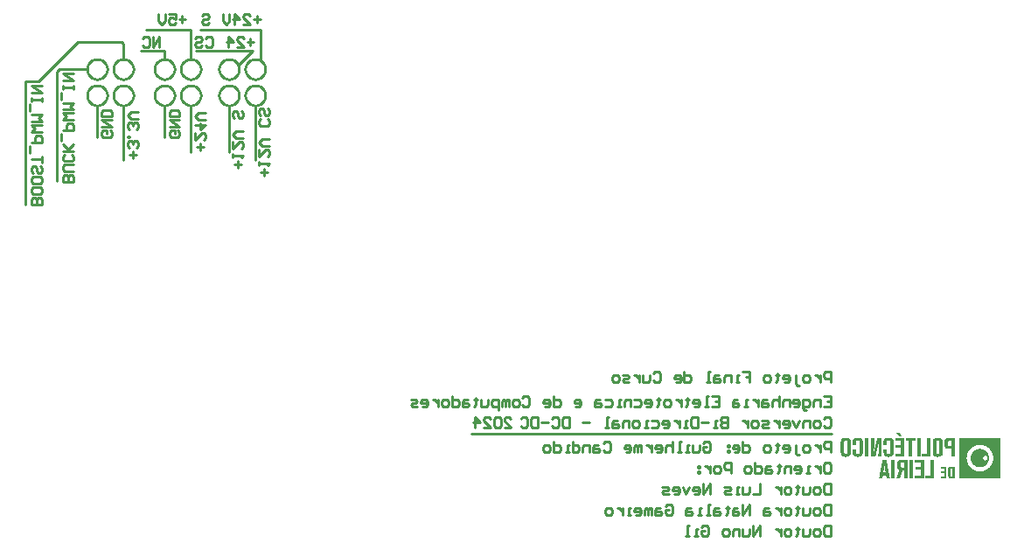
<source format=gbo>
G04*
G04 #@! TF.GenerationSoftware,Altium Limited,Altium Designer,23.8.1 (32)*
G04*
G04 Layer_Color=32896*
%FSLAX25Y25*%
%MOIN*%
G70*
G04*
G04 #@! TF.SameCoordinates,F96B85ED-F025-470D-A382-F87F92A237BF*
G04*
G04*
G04 #@! TF.FilePolarity,Positive*
G04*
G01*
G75*
%ADD14C,0.01000*%
G36*
X446842Y363171D02*
X446878D01*
Y363098D01*
X446915D01*
Y363025D01*
X446951D01*
Y362952D01*
X446988D01*
Y362879D01*
X447024D01*
Y362806D01*
X447061D01*
Y362733D01*
X447097D01*
Y362660D01*
X447134D01*
Y362587D01*
X447170D01*
Y362514D01*
X447207D01*
Y362442D01*
X447243D01*
Y362332D01*
X447280D01*
Y362259D01*
X447316D01*
Y362187D01*
X447352D01*
Y362114D01*
X447389D01*
Y362041D01*
X447425D01*
Y361968D01*
X447462D01*
Y361895D01*
X446551D01*
Y361931D01*
X446514D01*
Y361968D01*
X446478D01*
Y362004D01*
X446441D01*
Y362041D01*
X446405D01*
Y362077D01*
X446368D01*
Y362114D01*
X446332D01*
Y362150D01*
X446295D01*
Y362187D01*
X446259D01*
Y362223D01*
X446222D01*
Y362259D01*
X446186D01*
Y362296D01*
X446149D01*
Y362332D01*
X446113D01*
Y362405D01*
X446077D01*
Y362442D01*
X446040D01*
Y362478D01*
X446004D01*
Y362514D01*
X445967D01*
Y362551D01*
X445931D01*
Y362587D01*
X445894D01*
Y362624D01*
X445858D01*
Y362660D01*
X445821D01*
Y362697D01*
X445785D01*
Y362733D01*
X445749D01*
Y362770D01*
X445712D01*
Y362806D01*
X445676D01*
Y362843D01*
X445639D01*
Y362879D01*
X445603D01*
Y362915D01*
X445566D01*
Y362952D01*
X445530D01*
Y362988D01*
X445493D01*
Y363025D01*
X445457D01*
Y363061D01*
X445421D01*
Y363134D01*
X445384D01*
Y363171D01*
X445348D01*
Y363207D01*
X445311D01*
Y363244D01*
X446842D01*
Y363171D01*
D02*
G37*
G36*
X439770Y354386D02*
X439734D01*
Y354349D01*
X438531D01*
Y355333D01*
X438567D01*
Y357083D01*
X438604D01*
Y358797D01*
X438640D01*
Y359453D01*
X438604D01*
Y359307D01*
X438567D01*
Y359161D01*
X438531D01*
Y359015D01*
X438495D01*
Y358833D01*
X438458D01*
Y358687D01*
X438422D01*
Y358541D01*
X438385D01*
Y358396D01*
X438349D01*
Y358213D01*
X438312D01*
Y358067D01*
X438276D01*
Y357922D01*
X438239D01*
Y357776D01*
X438203D01*
Y357630D01*
X438167D01*
Y357448D01*
X438130D01*
Y357302D01*
X438094D01*
Y357156D01*
X438057D01*
Y357010D01*
X438021D01*
Y356828D01*
X437984D01*
Y356682D01*
X437948D01*
Y356537D01*
X437911D01*
Y356391D01*
X437875D01*
Y356208D01*
X437839D01*
Y356063D01*
X437802D01*
Y355917D01*
X437766D01*
Y355771D01*
X437729D01*
Y355589D01*
X437693D01*
Y355443D01*
X437656D01*
Y355297D01*
X437620D01*
Y355151D01*
X437583D01*
Y354969D01*
X437547D01*
Y354823D01*
X437510D01*
Y354677D01*
X437474D01*
Y354532D01*
X437437D01*
Y354386D01*
X437401D01*
Y354349D01*
X435797D01*
Y354386D01*
X435761D01*
Y361348D01*
X436964D01*
Y360255D01*
X436927D01*
Y358797D01*
X436891D01*
Y357338D01*
X436854D01*
Y356391D01*
X436891D01*
Y356537D01*
X436927D01*
Y356719D01*
X436964D01*
Y356865D01*
X437000D01*
Y357010D01*
X437037D01*
Y357156D01*
X437073D01*
Y357302D01*
X437110D01*
Y357448D01*
X437146D01*
Y357594D01*
X437182D01*
Y357739D01*
X437219D01*
Y357885D01*
X437255D01*
Y358031D01*
X437292D01*
Y358177D01*
X437328D01*
Y358323D01*
X437365D01*
Y358468D01*
X437401D01*
Y358651D01*
X437437D01*
Y358797D01*
X437474D01*
Y358942D01*
X437510D01*
Y359088D01*
X437547D01*
Y359234D01*
X437583D01*
Y359380D01*
X437620D01*
Y359525D01*
X437656D01*
Y359671D01*
X437693D01*
Y359817D01*
X437729D01*
Y359963D01*
X437766D01*
Y360109D01*
X437802D01*
Y360255D01*
X437839D01*
Y360437D01*
X437875D01*
Y360546D01*
Y360583D01*
X437911D01*
Y360728D01*
X437948D01*
Y360874D01*
X437984D01*
Y361020D01*
X438021D01*
Y361166D01*
X438057D01*
Y361312D01*
X438094D01*
Y361348D01*
X439770D01*
Y354386D01*
D02*
G37*
G36*
X442905Y361457D02*
X443124D01*
Y361421D01*
X443233D01*
Y361385D01*
X443343D01*
Y361348D01*
X443452D01*
Y361312D01*
X443525D01*
Y361275D01*
X443598D01*
Y361239D01*
X443671D01*
Y361202D01*
X443707D01*
Y361166D01*
X443780D01*
Y361129D01*
X443817D01*
Y361093D01*
X443853D01*
Y361056D01*
X443890D01*
Y361020D01*
X443926D01*
Y360984D01*
X443962D01*
Y360947D01*
X443999D01*
Y360911D01*
X444035D01*
Y360874D01*
X444072D01*
Y360838D01*
X444108D01*
Y360765D01*
X444145D01*
Y360728D01*
X444181D01*
Y360619D01*
X444218D01*
Y360546D01*
X444254D01*
Y360400D01*
X444290D01*
Y360218D01*
X444327D01*
Y359781D01*
X444363D01*
Y355589D01*
X444327D01*
Y355333D01*
X444290D01*
Y355188D01*
X444254D01*
Y355078D01*
X444218D01*
Y355006D01*
X444181D01*
Y354933D01*
X444145D01*
Y354896D01*
X444108D01*
Y354823D01*
X444072D01*
Y354787D01*
X444035D01*
Y354750D01*
X443999D01*
Y354714D01*
X443962D01*
Y354677D01*
X443926D01*
Y354641D01*
X443890D01*
Y354605D01*
X443817D01*
Y354568D01*
X443780D01*
Y354532D01*
X443707D01*
Y354495D01*
X443671D01*
Y354459D01*
X443598D01*
Y354422D01*
X443489D01*
Y354386D01*
X443416D01*
Y354349D01*
X443270D01*
Y354313D01*
X443160D01*
Y354276D01*
X442978D01*
Y354240D01*
X442687D01*
Y354204D01*
X442067D01*
Y354240D01*
X441848D01*
Y354276D01*
X441666D01*
Y354313D01*
X441557D01*
Y354349D01*
X441447D01*
Y354386D01*
X441338D01*
Y354422D01*
X441265D01*
Y354459D01*
X441192D01*
Y354495D01*
X441156D01*
Y354532D01*
X441083D01*
Y354568D01*
X441046D01*
Y354605D01*
X440973D01*
Y354641D01*
X440937D01*
Y354677D01*
X440900D01*
Y354714D01*
X440864D01*
Y354750D01*
X440828D01*
Y354787D01*
X440791D01*
Y354860D01*
X440755D01*
Y354896D01*
X440718D01*
Y354969D01*
X440682D01*
Y355042D01*
X440645D01*
Y355115D01*
X440609D01*
Y355188D01*
Y355224D01*
X440572D01*
Y355370D01*
X440536D01*
Y355662D01*
X440499D01*
Y356974D01*
X440536D01*
Y357010D01*
X441775D01*
Y356974D01*
X441812D01*
Y355589D01*
X441848D01*
Y355479D01*
X441885D01*
Y355443D01*
X441921D01*
Y355370D01*
X441958D01*
Y355333D01*
X442030D01*
Y355297D01*
X442067D01*
Y355261D01*
X442213D01*
Y355224D01*
X442614D01*
Y355261D01*
X442723D01*
Y355297D01*
X442796D01*
Y355333D01*
X442832D01*
Y355370D01*
X442869D01*
Y355406D01*
X442905D01*
Y355443D01*
X442942D01*
Y355516D01*
X442978D01*
Y355625D01*
X443015D01*
Y360145D01*
X442978D01*
Y360218D01*
X442942D01*
Y360291D01*
X442905D01*
Y360364D01*
X442869D01*
Y360400D01*
X442796D01*
Y360437D01*
X442760D01*
Y360473D01*
X442614D01*
Y360510D01*
X442249D01*
Y360473D01*
X442103D01*
Y360437D01*
X442030D01*
Y360400D01*
X441994D01*
Y360364D01*
X441958D01*
Y360327D01*
X441921D01*
Y360291D01*
X441885D01*
Y360218D01*
X441848D01*
Y360109D01*
X441812D01*
Y358833D01*
X441775D01*
Y358797D01*
X440499D01*
Y360255D01*
X440536D01*
Y360473D01*
X440572D01*
Y360583D01*
X440609D01*
Y360655D01*
X440645D01*
Y360765D01*
X440682D01*
Y360801D01*
X440718D01*
Y360874D01*
X440755D01*
Y360911D01*
X440791D01*
Y360947D01*
X440828D01*
Y360984D01*
X440864D01*
Y361020D01*
X440900D01*
Y361056D01*
X440937D01*
Y361093D01*
X440973D01*
Y361129D01*
X441010D01*
Y361166D01*
X441046D01*
Y361202D01*
X441119D01*
Y361239D01*
X441156D01*
Y361275D01*
X441228D01*
Y361312D01*
X441338D01*
Y361348D01*
X441411D01*
Y361385D01*
X441520D01*
Y361421D01*
X441666D01*
Y361457D01*
X441848D01*
Y361494D01*
X442905D01*
Y361457D01*
D02*
G37*
G36*
X431168D02*
X431350D01*
Y361421D01*
X431496D01*
Y361385D01*
X431605D01*
Y361348D01*
X431715D01*
Y361312D01*
X431787D01*
Y361275D01*
X431860D01*
Y361239D01*
X431897D01*
Y361202D01*
X431970D01*
Y361166D01*
X432006D01*
Y361129D01*
X432079D01*
Y361093D01*
X432116D01*
Y361056D01*
X432152D01*
Y361020D01*
X432189D01*
Y360984D01*
X432225D01*
Y360947D01*
X432261D01*
Y360911D01*
X432298D01*
Y360874D01*
X432334D01*
Y360801D01*
X432371D01*
Y360765D01*
X432407D01*
Y360692D01*
X432444D01*
Y360583D01*
X432480D01*
Y360510D01*
X432516D01*
Y360364D01*
X432553D01*
Y360109D01*
X432589D01*
Y355370D01*
X432553D01*
Y355224D01*
X432516D01*
Y355115D01*
X432480D01*
Y355042D01*
X432444D01*
Y354969D01*
X432407D01*
Y354896D01*
X432371D01*
Y354860D01*
X432334D01*
Y354823D01*
X432298D01*
Y354750D01*
X432261D01*
Y354714D01*
X432225D01*
Y354677D01*
X432189D01*
Y354641D01*
X432116D01*
Y354605D01*
X432079D01*
Y354568D01*
X432043D01*
Y354532D01*
X431970D01*
Y354495D01*
X431897D01*
Y354459D01*
X431824D01*
Y354422D01*
X431751D01*
Y354386D01*
X431642D01*
Y354349D01*
X431532D01*
Y354313D01*
X431387D01*
Y354276D01*
X431204D01*
Y354240D01*
X430949D01*
Y354204D01*
X430329D01*
Y354240D01*
X430074D01*
Y354276D01*
X429928D01*
Y354313D01*
X429783D01*
Y354349D01*
X429673D01*
Y354386D01*
X429600D01*
Y354422D01*
X429528D01*
Y354459D01*
X429455D01*
Y354495D01*
X429382D01*
Y354532D01*
X429345D01*
Y354568D01*
X429272D01*
Y354605D01*
X429236D01*
Y354641D01*
X429199D01*
Y354677D01*
X429163D01*
Y354714D01*
X429127D01*
Y354750D01*
X429090D01*
Y354787D01*
X429054D01*
Y354823D01*
X429017D01*
Y354896D01*
X428981D01*
Y354933D01*
X428944D01*
Y355006D01*
X428908D01*
Y355078D01*
X428871D01*
Y355188D01*
X428835D01*
Y355333D01*
X428798D01*
Y355516D01*
X428762D01*
Y357010D01*
X430038D01*
Y355771D01*
X430074D01*
Y355552D01*
X430111D01*
Y355479D01*
X430147D01*
Y355406D01*
X430184D01*
Y355370D01*
X430220D01*
Y355333D01*
X430257D01*
Y355297D01*
X430329D01*
Y355261D01*
X430439D01*
Y355224D01*
X430876D01*
Y355261D01*
X430986D01*
Y355297D01*
X431022D01*
Y355333D01*
X431095D01*
Y355370D01*
X431131D01*
Y355406D01*
X431168D01*
Y355479D01*
X431204D01*
Y355552D01*
X431241D01*
Y355698D01*
X431277D01*
Y360072D01*
X431241D01*
Y360218D01*
X431204D01*
Y360291D01*
X431168D01*
Y360327D01*
X431131D01*
Y360364D01*
X431095D01*
Y360400D01*
X431059D01*
Y360437D01*
X430986D01*
Y360473D01*
X430876D01*
Y360510D01*
X430512D01*
Y360473D01*
X430366D01*
Y360437D01*
X430293D01*
Y360400D01*
X430220D01*
Y360364D01*
X430184D01*
Y360291D01*
X430147D01*
Y360255D01*
X430111D01*
Y360145D01*
X430074D01*
Y359963D01*
X430038D01*
Y358797D01*
X428762D01*
Y360364D01*
X428798D01*
Y360510D01*
X428835D01*
Y360619D01*
X428871D01*
Y360692D01*
X428908D01*
Y360765D01*
X428944D01*
Y360838D01*
X428981D01*
Y360874D01*
X429017D01*
Y360947D01*
X429054D01*
Y360984D01*
X429090D01*
Y361020D01*
X429127D01*
Y361056D01*
X429163D01*
Y361093D01*
X429199D01*
Y361129D01*
X429272D01*
Y361166D01*
X429309D01*
Y361202D01*
X429345D01*
Y361239D01*
X429418D01*
Y361275D01*
X429491D01*
Y361312D01*
X429564D01*
Y361348D01*
X429673D01*
Y361385D01*
X429783D01*
Y361421D01*
X429928D01*
Y361457D01*
X430111D01*
Y361494D01*
X431168D01*
Y361457D01*
D02*
G37*
G36*
X467583Y354349D02*
X466271D01*
Y357010D01*
Y357047D01*
Y357265D01*
X464813D01*
Y357302D01*
X464558D01*
Y357338D01*
X464448D01*
Y357375D01*
X464339D01*
Y357411D01*
X464266D01*
Y357448D01*
X464230D01*
Y357484D01*
X464157D01*
Y357521D01*
X464120D01*
Y357557D01*
X464084D01*
Y357594D01*
X464047D01*
Y357666D01*
X464011D01*
Y357703D01*
X463974D01*
Y357776D01*
X463938D01*
Y357849D01*
X463902D01*
Y357958D01*
X463865D01*
Y358104D01*
X463829D01*
Y358468D01*
X463792D01*
Y360145D01*
X463829D01*
Y360473D01*
X463865D01*
Y360655D01*
X463902D01*
Y360765D01*
X463938D01*
Y360838D01*
X463974D01*
Y360911D01*
X464011D01*
Y360947D01*
X464047D01*
Y360984D01*
X464084D01*
Y361020D01*
X464120D01*
Y361056D01*
X464157D01*
Y361093D01*
X464193D01*
Y361129D01*
X464230D01*
Y361166D01*
X464266D01*
Y361202D01*
X464339D01*
Y361239D01*
X464412D01*
Y361275D01*
X464521D01*
Y361312D01*
X464631D01*
Y361348D01*
X467583D01*
Y354349D01*
D02*
G37*
G36*
X458324D02*
X455117D01*
Y355406D01*
X455153D01*
Y355443D01*
X457012D01*
Y360874D01*
Y360911D01*
Y361348D01*
X458324D01*
Y354349D01*
D02*
G37*
G36*
X454606D02*
X453331D01*
Y354386D01*
X453294D01*
Y361348D01*
X454606D01*
Y354349D01*
D02*
G37*
G36*
X452820Y360327D02*
X451508D01*
Y354349D01*
X450232D01*
Y354386D01*
X450196D01*
Y356099D01*
Y356136D01*
Y360327D01*
X448920D01*
Y361348D01*
X452820D01*
Y360327D01*
D02*
G37*
G36*
X448410Y354349D02*
X444910D01*
Y355443D01*
X447097D01*
Y355990D01*
Y356026D01*
Y357594D01*
X445129D01*
Y358651D01*
X447097D01*
Y360291D01*
X445019D01*
Y361348D01*
X448410D01*
Y354349D01*
D02*
G37*
G36*
X434813D02*
X433501D01*
Y360218D01*
Y360255D01*
Y361348D01*
X434813D01*
Y354349D01*
D02*
G37*
G36*
X461642Y361457D02*
X461860D01*
Y361421D01*
X462006D01*
Y361385D01*
X462115D01*
Y361348D01*
X462225D01*
Y361312D01*
X462298D01*
Y361275D01*
X462370D01*
Y361239D01*
X462443D01*
Y361202D01*
X462516D01*
Y361166D01*
X462553D01*
Y361129D01*
X462626D01*
Y361093D01*
X462662D01*
Y361056D01*
X462699D01*
Y361020D01*
X462735D01*
Y360984D01*
X462772D01*
Y360947D01*
X462808D01*
Y360911D01*
X462844D01*
Y360838D01*
X462881D01*
Y360801D01*
X462917D01*
Y360728D01*
X462954D01*
Y360655D01*
X462990D01*
Y360546D01*
X463027D01*
Y360437D01*
X463063D01*
Y360291D01*
X463100D01*
Y359927D01*
X463136D01*
Y355807D01*
X463100D01*
Y355406D01*
X463063D01*
Y355261D01*
X463027D01*
Y355151D01*
X462990D01*
Y355042D01*
X462954D01*
Y354969D01*
X462917D01*
Y354933D01*
X462881D01*
Y354860D01*
X462844D01*
Y354823D01*
X462808D01*
Y354787D01*
X462772D01*
Y354750D01*
X462735D01*
Y354714D01*
X462699D01*
Y354677D01*
X462662D01*
Y354641D01*
X462626D01*
Y354605D01*
X462589D01*
Y354568D01*
X462516D01*
Y354532D01*
X462480D01*
Y354495D01*
X462407D01*
Y354459D01*
X462334D01*
Y354422D01*
X462261D01*
Y354386D01*
X462188D01*
Y354349D01*
X462079D01*
Y354313D01*
X461970D01*
Y354276D01*
X461787D01*
Y354240D01*
X461532D01*
Y354204D01*
X460803D01*
Y354240D01*
X460511D01*
Y354276D01*
X460366D01*
Y354313D01*
X460256D01*
Y354349D01*
X460147D01*
Y354386D01*
X460038D01*
Y354422D01*
X459965D01*
Y354459D01*
X459892D01*
Y354495D01*
X459855D01*
Y354532D01*
X459783D01*
Y354568D01*
X459746D01*
Y354605D01*
X459710D01*
Y354641D01*
X459673D01*
Y354677D01*
X459637D01*
Y354714D01*
X459600D01*
Y354750D01*
X459564D01*
Y354787D01*
X459527D01*
Y354823D01*
X459491D01*
Y354860D01*
X459454D01*
Y354933D01*
X459418D01*
Y355006D01*
X459381D01*
Y355078D01*
X459345D01*
Y355151D01*
X459309D01*
Y355297D01*
X459272D01*
Y355479D01*
X459236D01*
Y360218D01*
X459272D01*
Y360400D01*
X459309D01*
Y360510D01*
X459345D01*
Y360619D01*
X459381D01*
Y360692D01*
X459418D01*
Y360765D01*
X459454D01*
Y360838D01*
X459491D01*
Y360874D01*
X459527D01*
Y360911D01*
X459564D01*
Y360947D01*
X459600D01*
Y360984D01*
X459637D01*
Y361020D01*
X459673D01*
Y361056D01*
X459710D01*
Y361093D01*
X459746D01*
Y361129D01*
X459819D01*
Y361166D01*
X459855D01*
Y361202D01*
X459928D01*
Y361239D01*
X459965D01*
Y361275D01*
X460038D01*
Y361312D01*
X460147D01*
Y361348D01*
X460220D01*
Y361385D01*
X460329D01*
Y361421D01*
X460475D01*
Y361457D01*
X460657D01*
Y361494D01*
X461642D01*
Y361457D01*
D02*
G37*
G36*
X426611D02*
X426794D01*
Y361421D01*
X426939D01*
Y361385D01*
X427049D01*
Y361348D01*
X427158D01*
Y361312D01*
X427231D01*
Y361275D01*
X427304D01*
Y361239D01*
X427377D01*
Y361202D01*
X427450D01*
Y361166D01*
X427486D01*
Y361129D01*
X427559D01*
Y361093D01*
X427596D01*
Y361056D01*
X427632D01*
Y361020D01*
X427669D01*
Y360984D01*
X427705D01*
Y360947D01*
X427741D01*
Y360911D01*
X427778D01*
Y360874D01*
X427814D01*
Y360801D01*
X427851D01*
Y360728D01*
X427887D01*
Y360655D01*
X427924D01*
Y360583D01*
X427960D01*
Y360473D01*
X427996D01*
Y360327D01*
X428033D01*
Y360109D01*
X428069D01*
Y355589D01*
X428033D01*
Y355370D01*
X427996D01*
Y355224D01*
X427960D01*
Y355115D01*
X427924D01*
Y355042D01*
X427887D01*
Y354969D01*
X427851D01*
Y354896D01*
X427814D01*
Y354860D01*
X427778D01*
Y354823D01*
X427741D01*
Y354750D01*
X427705D01*
Y354714D01*
X427669D01*
Y354677D01*
X427632D01*
Y354641D01*
X427559D01*
Y354605D01*
X427523D01*
Y354568D01*
X427486D01*
Y354532D01*
X427413D01*
Y354495D01*
X427377D01*
Y354459D01*
X427304D01*
Y354422D01*
X427231D01*
Y354386D01*
X427122D01*
Y354349D01*
X427012D01*
Y354313D01*
X426903D01*
Y354276D01*
X426757D01*
Y354240D01*
X426466D01*
Y354204D01*
X425737D01*
Y354240D01*
X425481D01*
Y354276D01*
X425299D01*
Y354313D01*
X425190D01*
Y354349D01*
X425080D01*
Y354386D01*
X425007D01*
Y354422D01*
X424935D01*
Y354459D01*
X424862D01*
Y354495D01*
X424789D01*
Y354532D01*
X424752D01*
Y354568D01*
X424679D01*
Y354605D01*
X424643D01*
Y354641D01*
X424607D01*
Y354677D01*
X424570D01*
Y354714D01*
X424534D01*
Y354750D01*
X424497D01*
Y354787D01*
X424461D01*
Y354823D01*
X424424D01*
Y354896D01*
X424388D01*
Y354933D01*
X424351D01*
Y355006D01*
X424315D01*
Y355115D01*
X424278D01*
Y355224D01*
X424242D01*
Y355333D01*
X424205D01*
Y355589D01*
X424169D01*
Y360109D01*
X424205D01*
Y360364D01*
X424242D01*
Y360510D01*
X424278D01*
Y360583D01*
X424315D01*
Y360692D01*
X424351D01*
Y360765D01*
X424388D01*
Y360801D01*
X424424D01*
Y360874D01*
X424461D01*
Y360911D01*
X424497D01*
Y360947D01*
X424534D01*
Y360984D01*
X424570D01*
Y361020D01*
X424607D01*
Y361056D01*
X424643D01*
Y361093D01*
X424716D01*
Y361129D01*
X424752D01*
Y361166D01*
X424789D01*
Y361202D01*
X424862D01*
Y361239D01*
X424935D01*
Y361275D01*
X425007D01*
Y361312D01*
X425080D01*
Y361348D01*
X425190D01*
Y361385D01*
X425299D01*
Y361421D01*
X425445D01*
Y361457D01*
X425627D01*
Y361494D01*
X426611D01*
Y361457D01*
D02*
G37*
G36*
X484934Y346002D02*
X469515D01*
Y348699D01*
Y348736D01*
Y361421D01*
X484934D01*
Y346002D01*
D02*
G37*
G36*
X467583D02*
X465979D01*
Y346038D01*
X465761D01*
Y346075D01*
X465651D01*
Y346111D01*
X465578D01*
Y346148D01*
X465505D01*
Y346184D01*
X465469D01*
Y346221D01*
X465396D01*
Y346257D01*
X465360D01*
Y346293D01*
X465323D01*
Y346366D01*
X465287D01*
Y346403D01*
X465250D01*
Y346476D01*
X465214D01*
Y346549D01*
X465177D01*
Y346658D01*
X465141D01*
Y346804D01*
X465104D01*
Y349756D01*
X465141D01*
Y349902D01*
X465177D01*
Y349975D01*
X465214D01*
Y350084D01*
X465250D01*
Y350121D01*
X465287D01*
Y350157D01*
X465323D01*
Y350230D01*
X465360D01*
Y350267D01*
X465396D01*
Y350303D01*
X465433D01*
Y350340D01*
X465505D01*
Y350376D01*
X465542D01*
Y350413D01*
X465615D01*
Y350449D01*
X465688D01*
Y350485D01*
X465833D01*
Y350522D01*
X467583D01*
Y346002D01*
D02*
G37*
G36*
X464521D02*
X462261D01*
Y346731D01*
X463683D01*
Y348080D01*
X462443D01*
Y348116D01*
X462407D01*
Y348772D01*
X462443D01*
Y348809D01*
X463683D01*
Y349829D01*
X462334D01*
Y350522D01*
X464521D01*
Y346002D01*
D02*
G37*
G36*
X459673Y346038D02*
X459637D01*
Y346002D01*
X456465D01*
Y347095D01*
X458361D01*
Y348809D01*
Y348845D01*
Y353001D01*
X459673D01*
Y346038D01*
D02*
G37*
G36*
X455955Y346002D02*
X452456D01*
Y347095D01*
X454643D01*
Y349246D01*
X452674D01*
Y350303D01*
X454643D01*
Y351943D01*
X452529D01*
Y352636D01*
Y352673D01*
Y353001D01*
X455955D01*
Y346002D01*
D02*
G37*
G36*
X451836Y352891D02*
Y352855D01*
Y346038D01*
X451799D01*
Y346002D01*
X450524D01*
Y353001D01*
X451836D01*
Y352891D01*
D02*
G37*
G36*
X449540Y346002D02*
X448264D01*
Y349100D01*
X447753D01*
Y348991D01*
X447717D01*
Y348882D01*
X447681D01*
Y348772D01*
X447644D01*
Y348626D01*
X447608D01*
Y348517D01*
X447571D01*
Y348408D01*
X447535D01*
Y348298D01*
X447498D01*
Y348189D01*
X447462D01*
Y348080D01*
X447425D01*
Y347970D01*
X447389D01*
Y347861D01*
X447352D01*
Y347715D01*
X447316D01*
Y347606D01*
X447280D01*
Y347496D01*
X447243D01*
Y347387D01*
X447207D01*
Y347278D01*
X447170D01*
Y347168D01*
X447134D01*
Y347059D01*
X447097D01*
Y346913D01*
X447061D01*
Y346804D01*
X447024D01*
Y346694D01*
X446988D01*
Y346585D01*
X446951D01*
Y346476D01*
X446915D01*
Y346366D01*
X446878D01*
Y346257D01*
X446842D01*
Y346148D01*
X446806D01*
Y346038D01*
X446769D01*
Y346002D01*
X445457D01*
Y346111D01*
X445493D01*
Y346221D01*
X445530D01*
Y346330D01*
X445566D01*
Y346476D01*
X445603D01*
Y346585D01*
X445639D01*
Y346694D01*
X445676D01*
Y346804D01*
X445712D01*
Y346913D01*
X445749D01*
Y347023D01*
X445785D01*
Y347132D01*
X445821D01*
Y347241D01*
X445858D01*
Y347351D01*
X445894D01*
Y347460D01*
X445931D01*
Y347569D01*
X445967D01*
Y347679D01*
X446004D01*
Y347788D01*
X446040D01*
Y347897D01*
X446077D01*
Y348007D01*
X446113D01*
Y348116D01*
X446149D01*
Y348225D01*
X446186D01*
Y348335D01*
X446222D01*
Y348444D01*
X446259D01*
Y348553D01*
X446295D01*
Y348663D01*
X446332D01*
Y348772D01*
X446368D01*
Y348882D01*
X446405D01*
Y348991D01*
X446441D01*
Y349100D01*
X446478D01*
Y349210D01*
X446514D01*
Y349319D01*
X446405D01*
Y349356D01*
X446295D01*
Y349392D01*
X446222D01*
Y349428D01*
X446149D01*
Y349465D01*
X446113D01*
Y349501D01*
X446040D01*
Y349538D01*
X446004D01*
Y349574D01*
X445967D01*
Y349611D01*
X445931D01*
Y349683D01*
X445894D01*
Y349720D01*
X445858D01*
Y349793D01*
X445821D01*
Y349866D01*
X445785D01*
Y349975D01*
X445749D01*
Y350121D01*
X445712D01*
Y352089D01*
X445749D01*
Y352272D01*
X445785D01*
Y352381D01*
X445821D01*
Y352454D01*
X445858D01*
Y352527D01*
X445894D01*
Y352600D01*
X445931D01*
Y352636D01*
X445967D01*
Y352673D01*
X446004D01*
Y352709D01*
X446040D01*
Y352746D01*
X446077D01*
Y352782D01*
X446113D01*
Y352818D01*
X446186D01*
Y352855D01*
X446259D01*
Y352891D01*
X446332D01*
Y352928D01*
X446441D01*
Y352964D01*
X446587D01*
Y353001D01*
X449540D01*
Y346002D01*
D02*
G37*
G36*
X444801D02*
X443525D01*
Y349538D01*
Y349574D01*
Y353001D01*
X444801D01*
Y346002D01*
D02*
G37*
G36*
X441593Y352855D02*
X441630D01*
Y352673D01*
X441666D01*
Y352490D01*
X441702D01*
Y352308D01*
X441739D01*
Y352126D01*
X441775D01*
Y351907D01*
X441812D01*
Y351725D01*
X441848D01*
Y351543D01*
X441885D01*
Y351360D01*
X441921D01*
Y351178D01*
X441958D01*
Y350996D01*
X441994D01*
Y350814D01*
X442030D01*
Y350595D01*
X442067D01*
Y350413D01*
X442103D01*
Y350230D01*
X442140D01*
Y350048D01*
X442176D01*
Y349866D01*
X442213D01*
Y349683D01*
X442249D01*
Y349465D01*
X442286D01*
Y349283D01*
X442322D01*
Y349100D01*
X442358D01*
Y348918D01*
X442395D01*
Y348736D01*
X442431D01*
Y348553D01*
X442468D01*
Y348335D01*
X442504D01*
Y348153D01*
X442541D01*
Y347970D01*
X442577D01*
Y347788D01*
X442614D01*
Y347606D01*
X442650D01*
Y347424D01*
X442687D01*
Y347241D01*
X442723D01*
Y347023D01*
X442760D01*
Y346840D01*
X442796D01*
Y346658D01*
X442832D01*
Y346476D01*
X442869D01*
Y346293D01*
X442905D01*
Y346111D01*
X442942D01*
Y346002D01*
X441630D01*
Y346184D01*
X441593D01*
Y346221D01*
Y346403D01*
X441557D01*
Y346622D01*
X441520D01*
Y346840D01*
X441484D01*
Y347059D01*
X441447D01*
Y347132D01*
X440281D01*
Y347059D01*
X440244D01*
Y346840D01*
X440208D01*
Y346585D01*
X440171D01*
Y346330D01*
X440135D01*
Y346075D01*
X440098D01*
Y346002D01*
X438786D01*
Y346111D01*
X438823D01*
Y346330D01*
X438859D01*
Y346512D01*
X438896D01*
Y346694D01*
X438932D01*
Y346913D01*
X438969D01*
Y347095D01*
X439005D01*
Y347314D01*
X439041D01*
Y347496D01*
X439078D01*
Y347679D01*
X439114D01*
Y347897D01*
X439151D01*
Y348080D01*
X439187D01*
Y348262D01*
X439224D01*
Y348481D01*
X439260D01*
Y348663D01*
X439297D01*
Y348845D01*
X439333D01*
Y349064D01*
X439369D01*
Y349246D01*
X439406D01*
Y349428D01*
X439442D01*
Y349647D01*
X439479D01*
Y349829D01*
X439515D01*
Y350012D01*
X439552D01*
Y350230D01*
X439588D01*
Y350413D01*
X439625D01*
Y350595D01*
X439661D01*
Y350814D01*
X439698D01*
Y350996D01*
X439734D01*
Y351215D01*
X439770D01*
Y351397D01*
X439807D01*
Y351579D01*
X439843D01*
Y351798D01*
X439880D01*
Y351980D01*
X439916D01*
Y352162D01*
X439953D01*
Y352381D01*
X439989D01*
Y352563D01*
X440026D01*
Y352746D01*
X440062D01*
Y352964D01*
X440098D01*
Y353001D01*
X441593D01*
Y352855D01*
D02*
G37*
%LPC*%
G36*
X466271Y360327D02*
X465433D01*
Y360291D01*
X465323D01*
Y360255D01*
X465250D01*
Y360218D01*
X465214D01*
Y360182D01*
X465177D01*
Y360145D01*
X465141D01*
Y360072D01*
X465104D01*
Y359234D01*
Y359197D01*
Y358541D01*
X465141D01*
Y358432D01*
X465177D01*
Y358396D01*
X465214D01*
Y358359D01*
X465287D01*
Y358323D01*
X465360D01*
Y358286D01*
X466271D01*
Y360327D01*
D02*
G37*
G36*
X461386Y360510D02*
X460913D01*
Y360473D01*
X460840D01*
Y360437D01*
X460767D01*
Y360400D01*
X460730D01*
Y360364D01*
X460694D01*
Y360327D01*
X460657D01*
Y360255D01*
X460621D01*
Y360182D01*
X460584D01*
Y360072D01*
X460548D01*
Y355662D01*
X460584D01*
Y355552D01*
X460621D01*
Y355479D01*
X460657D01*
Y355443D01*
X460694D01*
Y355406D01*
X460730D01*
Y355370D01*
X460767D01*
Y355333D01*
X460840D01*
Y355297D01*
X460913D01*
Y355261D01*
X461058D01*
Y355224D01*
X461313D01*
Y355261D01*
X461459D01*
Y355297D01*
X461532D01*
Y355333D01*
X461605D01*
Y355370D01*
X461642D01*
Y355406D01*
X461678D01*
Y355443D01*
X461714D01*
Y355516D01*
X461751D01*
Y355625D01*
X461787D01*
Y359744D01*
X461824D01*
Y359817D01*
X461787D01*
Y359963D01*
Y359999D01*
Y360109D01*
X461751D01*
Y360218D01*
X461714D01*
Y360255D01*
X461678D01*
Y360327D01*
X461642D01*
Y360364D01*
X461569D01*
Y360400D01*
X461532D01*
Y360437D01*
X461459D01*
Y360473D01*
X461386D01*
Y360510D01*
D02*
G37*
G36*
X426320D02*
X425882D01*
Y360473D01*
X425773D01*
Y360437D01*
X425737D01*
Y360400D01*
X425664D01*
Y360327D01*
X425627D01*
Y360291D01*
X425591D01*
Y360218D01*
X425554D01*
Y360145D01*
X425518D01*
Y359999D01*
X425481D01*
Y355734D01*
X425518D01*
Y355589D01*
X425554D01*
Y355516D01*
X425591D01*
Y355443D01*
X425627D01*
Y355406D01*
X425664D01*
Y355370D01*
X425700D01*
Y355333D01*
X425773D01*
Y355297D01*
X425846D01*
Y355261D01*
X425992D01*
Y355224D01*
X426247D01*
Y355261D01*
X426393D01*
Y355297D01*
X426502D01*
Y355333D01*
X426539D01*
Y355370D01*
X426575D01*
Y355406D01*
X426611D01*
Y355443D01*
X426648D01*
Y355479D01*
X426684D01*
Y355589D01*
X426721D01*
Y355734D01*
X426757D01*
Y359927D01*
Y359963D01*
Y359999D01*
X426721D01*
Y360145D01*
X426684D01*
Y360218D01*
X426648D01*
Y360291D01*
X426611D01*
Y360327D01*
X426575D01*
Y360364D01*
X426539D01*
Y360400D01*
X426466D01*
Y360437D01*
X426429D01*
Y360473D01*
X426320D01*
Y360510D01*
D02*
G37*
G36*
X477571Y358797D02*
X476915D01*
Y358760D01*
X476550D01*
Y358724D01*
X476295D01*
Y358687D01*
X476113D01*
Y358651D01*
X475967D01*
Y358614D01*
X475858D01*
Y358578D01*
X475712D01*
Y358541D01*
X475602D01*
Y358505D01*
X475493D01*
Y358468D01*
X475420D01*
Y358432D01*
X475311D01*
Y358396D01*
X475238D01*
Y358359D01*
X475165D01*
Y358323D01*
X475056D01*
Y358286D01*
X474983D01*
Y358250D01*
X474910D01*
Y358213D01*
X474873D01*
Y358177D01*
X474801D01*
Y358140D01*
X474728D01*
Y358104D01*
X474655D01*
Y358067D01*
X474618D01*
Y358031D01*
X474545D01*
Y357995D01*
X474473D01*
Y357958D01*
X474436D01*
Y357922D01*
X474363D01*
Y357885D01*
X474327D01*
Y357849D01*
X474290D01*
Y357812D01*
X474217D01*
Y357776D01*
X474181D01*
Y357739D01*
X474145D01*
Y357703D01*
X474072D01*
Y357666D01*
X474035D01*
Y357630D01*
X473999D01*
Y357594D01*
X473962D01*
Y357557D01*
X473889D01*
Y357521D01*
X473853D01*
Y357484D01*
X473816D01*
Y357448D01*
X473780D01*
Y357411D01*
X473743D01*
Y357375D01*
X473707D01*
Y357338D01*
X473671D01*
Y357302D01*
X473634D01*
Y357265D01*
X473598D01*
Y357229D01*
X473561D01*
Y357193D01*
X473525D01*
Y357156D01*
X473488D01*
Y357120D01*
X473452D01*
Y357083D01*
X473415D01*
Y357010D01*
X473379D01*
Y356974D01*
X473343D01*
Y356937D01*
X473306D01*
Y356901D01*
X473270D01*
Y356828D01*
X473233D01*
Y356792D01*
X473197D01*
Y356755D01*
X473160D01*
Y356682D01*
X473124D01*
Y356646D01*
X473087D01*
Y356609D01*
X473051D01*
Y356537D01*
X473014D01*
Y356500D01*
X472978D01*
Y356427D01*
X472942D01*
Y356354D01*
X472905D01*
Y356318D01*
X472869D01*
Y356245D01*
X472832D01*
Y356172D01*
X472796D01*
Y356099D01*
X472759D01*
Y356063D01*
X472723D01*
Y355990D01*
X472686D01*
Y355917D01*
X472650D01*
Y355807D01*
X472613D01*
Y355734D01*
X472577D01*
Y355662D01*
X472541D01*
Y355552D01*
X472504D01*
Y355479D01*
X472468D01*
Y355370D01*
X472431D01*
Y355261D01*
X472395D01*
Y355151D01*
X472358D01*
Y355006D01*
X472322D01*
Y354860D01*
X472285D01*
Y354677D01*
X472249D01*
Y354459D01*
X472213D01*
Y354131D01*
X472176D01*
Y353329D01*
X472213D01*
Y353001D01*
X472249D01*
Y352782D01*
X472285D01*
Y352600D01*
X472322D01*
Y352454D01*
X472358D01*
Y352308D01*
X472395D01*
Y352199D01*
X472431D01*
Y352089D01*
X472468D01*
Y351980D01*
X472504D01*
Y351871D01*
X472541D01*
Y351798D01*
X472577D01*
Y351688D01*
X472613D01*
Y351616D01*
X472650D01*
Y351543D01*
X472686D01*
Y351470D01*
X472723D01*
Y351397D01*
X472759D01*
Y351324D01*
X472796D01*
Y351251D01*
X472832D01*
Y351178D01*
X472869D01*
Y351142D01*
X472905D01*
Y351069D01*
X472942D01*
Y350996D01*
X472978D01*
Y350959D01*
X473014D01*
Y350886D01*
X473051D01*
Y350850D01*
X473087D01*
Y350777D01*
X473124D01*
Y350741D01*
X473160D01*
Y350704D01*
X473197D01*
Y350631D01*
X473233D01*
Y350595D01*
X473270D01*
Y350558D01*
X473306D01*
Y350522D01*
X473343D01*
Y350449D01*
X473379D01*
Y350413D01*
X473415D01*
Y350376D01*
X473452D01*
Y350340D01*
X473488D01*
Y350303D01*
X473525D01*
Y350267D01*
X473561D01*
Y350230D01*
X473598D01*
Y350194D01*
X473634D01*
Y350157D01*
X473671D01*
Y350121D01*
X473707D01*
Y350084D01*
X473743D01*
Y350048D01*
X473780D01*
Y350012D01*
X473816D01*
Y349975D01*
X473853D01*
Y349939D01*
X473889D01*
Y349902D01*
X473926D01*
Y349866D01*
X473962D01*
Y349829D01*
X474035D01*
Y349793D01*
X474072D01*
Y349756D01*
X474108D01*
Y349720D01*
X474145D01*
Y349683D01*
X474217D01*
Y349647D01*
X474254D01*
Y349611D01*
X474290D01*
Y349574D01*
X474363D01*
Y349538D01*
X474400D01*
Y349501D01*
X474473D01*
Y349465D01*
X474509D01*
Y349428D01*
X474582D01*
Y349392D01*
X474655D01*
Y349356D01*
X474691D01*
Y349319D01*
X474764D01*
Y349283D01*
X474837D01*
Y349246D01*
X474910D01*
Y349210D01*
X474983D01*
Y349173D01*
X475056D01*
Y349137D01*
X475129D01*
Y349100D01*
X475202D01*
Y349064D01*
X475275D01*
Y349027D01*
X475384D01*
Y348991D01*
X475457D01*
Y348955D01*
X475566D01*
Y348918D01*
X475675D01*
Y348882D01*
X475785D01*
Y348845D01*
X475931D01*
Y348809D01*
X476076D01*
Y348772D01*
X476222D01*
Y348736D01*
X476441D01*
Y348699D01*
X476732D01*
Y348663D01*
X477753D01*
Y348699D01*
X478045D01*
Y348736D01*
X478227D01*
Y348772D01*
X478409D01*
Y348809D01*
X478555D01*
Y348845D01*
X478664D01*
Y348882D01*
X478810D01*
Y348918D01*
X478920D01*
Y348955D01*
X478993D01*
Y348991D01*
X479102D01*
Y349027D01*
X479175D01*
Y349064D01*
X479284D01*
Y349100D01*
X479357D01*
Y349137D01*
X479430D01*
Y349173D01*
X479503D01*
Y349210D01*
X479576D01*
Y349246D01*
X479649D01*
Y349283D01*
X479722D01*
Y349319D01*
X479758D01*
Y349356D01*
X479831D01*
Y349392D01*
X479904D01*
Y349428D01*
X479940D01*
Y349465D01*
X480013D01*
Y349501D01*
X480050D01*
Y349538D01*
X480123D01*
Y349574D01*
X480159D01*
Y349611D01*
X480232D01*
Y349647D01*
X480268D01*
Y349683D01*
X480305D01*
Y349720D01*
X480378D01*
Y349756D01*
X480414D01*
Y349793D01*
X480451D01*
Y349829D01*
X480487D01*
Y349866D01*
X480523D01*
Y349902D01*
X480596D01*
Y349939D01*
X480633D01*
Y349975D01*
X480669D01*
Y350012D01*
X480706D01*
Y350048D01*
X480742D01*
Y350084D01*
X480779D01*
Y350121D01*
X480815D01*
Y350157D01*
X480852D01*
Y350194D01*
X480888D01*
Y350230D01*
X480925D01*
Y350267D01*
X480961D01*
Y350303D01*
X480997D01*
Y350340D01*
X481034D01*
Y350413D01*
X481070D01*
Y350449D01*
X481107D01*
Y350485D01*
X481143D01*
Y350522D01*
X481180D01*
Y350558D01*
X481216D01*
Y350631D01*
X481252D01*
Y350668D01*
X481289D01*
Y350704D01*
X481325D01*
Y350777D01*
X481362D01*
Y350814D01*
X481398D01*
Y350886D01*
X481435D01*
Y350923D01*
X481471D01*
Y350996D01*
X481508D01*
Y351032D01*
X481544D01*
Y351105D01*
X481581D01*
Y351178D01*
X481617D01*
Y351215D01*
X481653D01*
Y351287D01*
X481690D01*
Y351360D01*
X481726D01*
Y351433D01*
X481763D01*
Y351506D01*
X481799D01*
Y351579D01*
X481836D01*
Y351652D01*
X481872D01*
Y351725D01*
X481909D01*
Y351834D01*
X481945D01*
Y351907D01*
X481982D01*
Y352016D01*
X482018D01*
Y352126D01*
X482055D01*
Y352235D01*
X482091D01*
Y352381D01*
X482127D01*
Y352527D01*
X482164D01*
Y352673D01*
X482200D01*
Y352855D01*
X482237D01*
Y353110D01*
X482273D01*
Y354313D01*
X482237D01*
Y354568D01*
X482200D01*
Y354787D01*
X482164D01*
Y354933D01*
X482127D01*
Y355078D01*
X482091D01*
Y355188D01*
X482055D01*
Y355333D01*
X482018D01*
Y355406D01*
X481982D01*
Y355516D01*
X481945D01*
Y355625D01*
X481909D01*
Y355698D01*
X481872D01*
Y355771D01*
X481836D01*
Y355880D01*
X481799D01*
Y355953D01*
X481763D01*
Y356026D01*
X481726D01*
Y356099D01*
X481690D01*
Y356136D01*
X481653D01*
Y356208D01*
X481617D01*
Y356281D01*
X481581D01*
Y356354D01*
X481544D01*
Y356391D01*
X481508D01*
Y356464D01*
X481471D01*
Y356500D01*
X481435D01*
Y356573D01*
X481398D01*
Y356609D01*
X481362D01*
Y356682D01*
X481325D01*
Y356719D01*
X481289D01*
Y356792D01*
X481252D01*
Y356828D01*
X481216D01*
Y356865D01*
X481180D01*
Y356901D01*
X481143D01*
Y356974D01*
X481107D01*
Y357010D01*
X481070D01*
Y357047D01*
X481034D01*
Y357083D01*
X480997D01*
Y357120D01*
X480961D01*
Y357156D01*
X480925D01*
Y357193D01*
X480888D01*
Y357229D01*
X480852D01*
Y357265D01*
X480815D01*
Y357302D01*
X480779D01*
Y357338D01*
X480742D01*
Y357375D01*
X480706D01*
Y357411D01*
X480669D01*
Y357448D01*
X480633D01*
Y357484D01*
X480596D01*
Y357521D01*
X480560D01*
Y357557D01*
X480523D01*
Y357594D01*
X480487D01*
Y357630D01*
X480414D01*
Y357666D01*
X480378D01*
Y357703D01*
X480341D01*
Y357739D01*
X480305D01*
Y357776D01*
X480232D01*
Y357812D01*
X480195D01*
Y357849D01*
X480159D01*
Y357885D01*
X480086D01*
Y357922D01*
X480050D01*
Y357958D01*
X479977D01*
Y357995D01*
X479940D01*
Y358031D01*
X479867D01*
Y358067D01*
X479795D01*
Y358104D01*
X479758D01*
Y358140D01*
X479685D01*
Y358177D01*
X479612D01*
Y358213D01*
X479539D01*
Y358250D01*
X479466D01*
Y358286D01*
X479393D01*
Y358323D01*
X479321D01*
Y358359D01*
X479248D01*
Y358396D01*
X479138D01*
Y358432D01*
X479065D01*
Y358468D01*
X478956D01*
Y358505D01*
X478847D01*
Y358541D01*
X478737D01*
Y358578D01*
X478628D01*
Y358614D01*
X478482D01*
Y358651D01*
X478336D01*
Y358687D01*
X478154D01*
Y358724D01*
X477935D01*
Y358760D01*
X477571D01*
Y358797D01*
D02*
G37*
%LPD*%
G36*
X477607Y357193D02*
X477863D01*
Y357156D01*
X478045D01*
Y357120D01*
X478191D01*
Y357083D01*
X478300D01*
Y357047D01*
X478409D01*
Y357010D01*
X478519D01*
Y356974D01*
X478592D01*
Y356937D01*
X478664D01*
Y356901D01*
X478774D01*
Y356865D01*
X478847D01*
Y356828D01*
X478883D01*
Y356792D01*
X478956D01*
Y356755D01*
X479029D01*
Y356719D01*
X479102D01*
Y356682D01*
X479138D01*
Y356646D01*
X479211D01*
Y356609D01*
X479248D01*
Y356573D01*
X479284D01*
Y356537D01*
X479357D01*
Y356500D01*
X479393D01*
Y356464D01*
X479430D01*
Y356427D01*
X479466D01*
Y356391D01*
X479539D01*
Y356354D01*
X479576D01*
Y356318D01*
X479612D01*
Y356281D01*
X479649D01*
Y356245D01*
X479685D01*
Y356208D01*
X479722D01*
Y356172D01*
X479758D01*
Y356136D01*
X479795D01*
Y356099D01*
X479831D01*
Y356063D01*
X479867D01*
Y356026D01*
X479904D01*
Y355953D01*
X479940D01*
Y355917D01*
X479977D01*
Y355880D01*
X480013D01*
Y355844D01*
X480050D01*
Y355771D01*
X480086D01*
Y355734D01*
X480123D01*
Y355662D01*
X480159D01*
Y355625D01*
X480195D01*
Y355552D01*
X480232D01*
Y355516D01*
X480268D01*
Y355443D01*
X480305D01*
Y355370D01*
X480341D01*
Y355297D01*
X480378D01*
Y355224D01*
X480414D01*
Y355151D01*
X480451D01*
Y355078D01*
X480487D01*
Y354969D01*
X480523D01*
Y354860D01*
X480560D01*
Y354750D01*
X480596D01*
Y354641D01*
X480633D01*
Y354495D01*
X480669D01*
Y354313D01*
X480706D01*
Y353985D01*
X480742D01*
Y353438D01*
X480706D01*
Y353146D01*
X480669D01*
Y352964D01*
X480633D01*
Y352818D01*
X480596D01*
Y352673D01*
X480560D01*
Y352563D01*
X480523D01*
Y352490D01*
X480487D01*
Y352381D01*
X480451D01*
Y352308D01*
X480414D01*
Y352199D01*
X480378D01*
Y352126D01*
X480341D01*
Y352053D01*
X480305D01*
Y352016D01*
X480268D01*
Y351943D01*
X480232D01*
Y351871D01*
X480195D01*
Y351834D01*
X480159D01*
Y351761D01*
X480123D01*
Y351725D01*
X480086D01*
Y351652D01*
X480050D01*
Y351616D01*
X480013D01*
Y351579D01*
X479977D01*
Y351506D01*
X479940D01*
Y351470D01*
X479904D01*
Y351433D01*
X479867D01*
Y351397D01*
X479831D01*
Y351360D01*
X479795D01*
Y351324D01*
X479758D01*
Y351287D01*
X479722D01*
Y351251D01*
X479685D01*
Y351215D01*
X479649D01*
Y351178D01*
X479612D01*
Y351142D01*
X479576D01*
Y351105D01*
X479539D01*
Y351069D01*
X479503D01*
Y351032D01*
X479466D01*
Y350996D01*
X479430D01*
Y350959D01*
X479357D01*
Y350923D01*
X479321D01*
Y350886D01*
X479284D01*
Y350850D01*
X479211D01*
Y350814D01*
X479175D01*
Y350777D01*
X479102D01*
Y350741D01*
X479065D01*
Y350704D01*
X478993D01*
Y350668D01*
X478920D01*
Y350631D01*
X478847D01*
Y350595D01*
X478774D01*
Y350558D01*
X478701D01*
Y350522D01*
X478628D01*
Y350485D01*
X478555D01*
Y350449D01*
X478446D01*
Y350413D01*
X478336D01*
Y350376D01*
X478227D01*
Y350340D01*
X478081D01*
Y350303D01*
X477935D01*
Y350267D01*
X477717D01*
Y350230D01*
X476732D01*
Y350267D01*
X476514D01*
Y350303D01*
X476368D01*
Y350340D01*
X476259D01*
Y350376D01*
X476113D01*
Y350413D01*
X476040D01*
Y350449D01*
X475931D01*
Y350485D01*
X475821D01*
Y350522D01*
X475748D01*
Y350558D01*
X475675D01*
Y350595D01*
X475602D01*
Y350631D01*
X475530D01*
Y350668D01*
X475493D01*
Y350704D01*
X475420D01*
Y350741D01*
X475347D01*
Y350777D01*
X475311D01*
Y350814D01*
X475238D01*
Y350850D01*
X475202D01*
Y350886D01*
X475165D01*
Y350923D01*
X475092D01*
Y350959D01*
X475056D01*
Y350996D01*
X475019D01*
Y351032D01*
X474983D01*
Y351069D01*
X474910D01*
Y351105D01*
X474873D01*
Y351142D01*
X474837D01*
Y351178D01*
X474801D01*
Y351215D01*
X474764D01*
Y351251D01*
X474728D01*
Y351287D01*
X474691D01*
Y351324D01*
X474655D01*
Y351360D01*
X474618D01*
Y351397D01*
X474582D01*
Y351470D01*
X474545D01*
Y351506D01*
X474509D01*
Y351543D01*
X474473D01*
Y351579D01*
X474436D01*
Y351652D01*
X474400D01*
Y351688D01*
X474363D01*
Y351725D01*
X474327D01*
Y351798D01*
X474290D01*
Y351834D01*
X474254D01*
Y351907D01*
X474217D01*
Y351980D01*
X474181D01*
Y352053D01*
X474145D01*
Y352089D01*
X474108D01*
Y352162D01*
X474072D01*
Y352272D01*
X474035D01*
Y352344D01*
X473999D01*
Y352417D01*
X473962D01*
Y352527D01*
X473926D01*
Y352636D01*
X473889D01*
Y352746D01*
X473853D01*
Y352891D01*
X473816D01*
Y353037D01*
X473780D01*
Y353256D01*
X473743D01*
Y354167D01*
X473780D01*
Y354386D01*
X473816D01*
Y354568D01*
X473853D01*
Y354677D01*
X473889D01*
Y354823D01*
X473926D01*
Y354933D01*
X473962D01*
Y355006D01*
X473999D01*
Y355115D01*
X474035D01*
Y355188D01*
X474072D01*
Y355261D01*
X474108D01*
Y355333D01*
X474145D01*
Y355406D01*
X474181D01*
Y355479D01*
X474217D01*
Y355552D01*
X474254D01*
Y355589D01*
X474290D01*
Y355662D01*
X474327D01*
Y355698D01*
X474363D01*
Y355771D01*
X474400D01*
Y355807D01*
X474436D01*
Y355844D01*
X474473D01*
Y355917D01*
X474509D01*
Y355953D01*
X474545D01*
Y355990D01*
X474582D01*
Y356026D01*
X474618D01*
Y356063D01*
X474655D01*
Y356099D01*
X474691D01*
Y356136D01*
X474728D01*
Y356172D01*
X474764D01*
Y356208D01*
X474801D01*
Y356245D01*
X474837D01*
Y356281D01*
X474873D01*
Y356318D01*
X474910D01*
Y356354D01*
X474946D01*
Y356391D01*
X474983D01*
Y356427D01*
X475019D01*
Y356464D01*
X475056D01*
Y356500D01*
X475129D01*
Y356537D01*
X475165D01*
Y356573D01*
X475202D01*
Y356609D01*
X475275D01*
Y356646D01*
X475311D01*
Y356682D01*
X475384D01*
Y356719D01*
X475457D01*
Y356755D01*
X475493D01*
Y356792D01*
X475566D01*
Y356828D01*
X475639D01*
Y356865D01*
X475712D01*
Y356901D01*
X475785D01*
Y356937D01*
X475858D01*
Y356974D01*
X475967D01*
Y357010D01*
X476076D01*
Y357047D01*
X476186D01*
Y357083D01*
X476295D01*
Y357120D01*
X476441D01*
Y357156D01*
X476623D01*
Y357193D01*
X476842D01*
Y357229D01*
X477607D01*
Y357193D01*
D02*
G37*
%LPC*%
G36*
X479466Y354605D02*
X479065D01*
Y354568D01*
X478956D01*
Y354532D01*
X478883D01*
Y354495D01*
X478810D01*
Y354459D01*
X478737D01*
Y354422D01*
X478701D01*
Y354386D01*
X478664D01*
Y354349D01*
X478628D01*
Y354313D01*
X478592D01*
Y354276D01*
X478555D01*
Y354204D01*
X478519D01*
Y354167D01*
X478482D01*
Y354094D01*
X478446D01*
Y353985D01*
X478409D01*
Y353839D01*
X478373D01*
Y353620D01*
X478409D01*
Y353438D01*
X478446D01*
Y353365D01*
X478482D01*
Y353292D01*
X478519D01*
Y353219D01*
X478555D01*
Y353183D01*
X478592D01*
Y353146D01*
X478628D01*
Y353110D01*
X478664D01*
Y353074D01*
X478701D01*
Y353037D01*
X478737D01*
Y353001D01*
X478774D01*
Y352964D01*
X478847D01*
Y352928D01*
X478920D01*
Y352891D01*
X479029D01*
Y352855D01*
X479503D01*
Y352891D01*
X479612D01*
Y352928D01*
X479685D01*
Y352964D01*
X479758D01*
Y353001D01*
X479795D01*
Y353037D01*
X479831D01*
Y353074D01*
X479904D01*
Y353110D01*
X479940D01*
Y353183D01*
X479977D01*
Y353219D01*
X480013D01*
Y353256D01*
Y353292D01*
X480050D01*
Y353365D01*
X480086D01*
Y353438D01*
X480123D01*
Y353584D01*
X480159D01*
Y353839D01*
X480123D01*
Y354021D01*
X480086D01*
Y354094D01*
X480050D01*
Y354167D01*
X480013D01*
Y354240D01*
X479977D01*
Y354276D01*
X479940D01*
Y354313D01*
X479904D01*
Y354349D01*
X479867D01*
Y354386D01*
X479831D01*
Y354422D01*
X479795D01*
Y354459D01*
X479722D01*
Y354495D01*
X479649D01*
Y354532D01*
X479576D01*
Y354568D01*
X479466D01*
Y354605D01*
D02*
G37*
G36*
X466745Y349866D02*
X466198D01*
Y349829D01*
X466089D01*
Y349793D01*
X466052D01*
Y349756D01*
X466016D01*
Y349720D01*
X465979D01*
Y349647D01*
X465943D01*
Y348553D01*
Y348517D01*
Y346950D01*
X465979D01*
Y346840D01*
X466016D01*
Y346804D01*
X466052D01*
Y346767D01*
X466089D01*
Y346731D01*
X466161D01*
Y346694D01*
X466745D01*
Y349866D01*
D02*
G37*
G36*
X448264Y352016D02*
X447462D01*
Y351980D01*
X447243D01*
Y351943D01*
X447170D01*
Y351907D01*
X447134D01*
Y351871D01*
X447097D01*
Y351834D01*
X447061D01*
Y351761D01*
X447024D01*
Y351616D01*
X446988D01*
Y350595D01*
X447024D01*
Y350449D01*
X447061D01*
Y350376D01*
X447097D01*
Y350303D01*
X447134D01*
Y350267D01*
X447170D01*
Y350230D01*
X447243D01*
Y350194D01*
X447352D01*
Y350157D01*
X448264D01*
Y352016D01*
D02*
G37*
G36*
X440864Y351105D02*
X440828D01*
Y351032D01*
X440791D01*
Y350777D01*
X440755D01*
Y350741D01*
Y350522D01*
X440718D01*
Y350267D01*
X440682D01*
Y350012D01*
X440645D01*
Y349720D01*
X440609D01*
Y349465D01*
X440572D01*
Y349210D01*
X440536D01*
Y348955D01*
X440499D01*
Y348699D01*
X440463D01*
Y348444D01*
X440427D01*
Y348262D01*
X441265D01*
Y348517D01*
X441228D01*
Y348736D01*
X441192D01*
Y348991D01*
X441156D01*
Y349210D01*
X441119D01*
Y349465D01*
X441083D01*
Y349683D01*
X441046D01*
Y349902D01*
X441010D01*
Y350157D01*
X440973D01*
Y350376D01*
X440937D01*
Y350631D01*
X440900D01*
Y350850D01*
X440864D01*
Y351105D01*
D02*
G37*
%LPD*%
D14*
X144566Y502000D02*
X144436Y502988D01*
X144054Y503909D01*
X143448Y504700D01*
X142657Y505306D01*
X141736Y505688D01*
X140748Y505818D01*
X139760Y505688D01*
X138839Y505306D01*
X138049Y504700D01*
X137442Y503909D01*
X137060Y502988D01*
X136930Y502000D01*
X137060Y501012D01*
X137442Y500091D01*
X138049Y499300D01*
X138839Y498694D01*
X139760Y498312D01*
X140748Y498182D01*
X141736Y498312D01*
X142657Y498694D01*
X143448Y499300D01*
X144054Y500091D01*
X144436Y501012D01*
X144566Y502000D01*
X154566D02*
X154436Y502988D01*
X154054Y503909D01*
X153448Y504700D01*
X152657Y505306D01*
X151736Y505688D01*
X150748Y505818D01*
X149760Y505688D01*
X148839Y505306D01*
X148048Y504700D01*
X147442Y503909D01*
X147060Y502988D01*
X146930Y502000D01*
X147060Y501012D01*
X147442Y500091D01*
X148048Y499300D01*
X148839Y498694D01*
X149760Y498312D01*
X150748Y498182D01*
X151736Y498312D01*
X152657Y498694D01*
X153448Y499300D01*
X154054Y500091D01*
X154436Y501012D01*
X154566Y502000D01*
Y492000D02*
X154436Y492988D01*
X154054Y493909D01*
X153448Y494700D01*
X152657Y495306D01*
X151736Y495688D01*
X150748Y495818D01*
X149760Y495688D01*
X148839Y495306D01*
X148048Y494700D01*
X147442Y493909D01*
X147060Y492988D01*
X146930Y492000D01*
X147060Y491012D01*
X147442Y490091D01*
X148048Y489300D01*
X148839Y488694D01*
X149760Y488312D01*
X150748Y488182D01*
X151736Y488312D01*
X152657Y488694D01*
X153448Y489300D01*
X154054Y490091D01*
X154436Y491012D01*
X154566Y492000D01*
X144566D02*
X144436Y492988D01*
X144054Y493909D01*
X143448Y494700D01*
X142657Y495306D01*
X141736Y495688D01*
X140748Y495818D01*
X139760Y495688D01*
X138839Y495306D01*
X138049Y494700D01*
X137442Y493909D01*
X137060Y492988D01*
X136930Y492000D01*
X137060Y491012D01*
X137442Y490091D01*
X138049Y489300D01*
X138839Y488694D01*
X139760Y488312D01*
X140748Y488182D01*
X141736Y488312D01*
X142657Y488694D01*
X143448Y489300D01*
X144054Y490091D01*
X144436Y491012D01*
X144566Y492000D01*
X170314D02*
X170184Y492988D01*
X169802Y493909D01*
X169196Y494700D01*
X168405Y495306D01*
X167484Y495688D01*
X166496Y495818D01*
X165508Y495688D01*
X164587Y495306D01*
X163796Y494700D01*
X163190Y493909D01*
X162808Y492988D01*
X162678Y492000D01*
X162808Y491012D01*
X163190Y490091D01*
X163796Y489300D01*
X164587Y488694D01*
X165508Y488312D01*
X166496Y488182D01*
X167484Y488312D01*
X168405Y488694D01*
X169196Y489300D01*
X169802Y490091D01*
X170184Y491012D01*
X170314Y492000D01*
X180314D02*
X180184Y492988D01*
X179802Y493909D01*
X179196Y494700D01*
X178405Y495306D01*
X177484Y495688D01*
X176496Y495818D01*
X175508Y495688D01*
X174587Y495306D01*
X173796Y494700D01*
X173190Y493909D01*
X172808Y492988D01*
X172678Y492000D01*
X172808Y491012D01*
X173190Y490091D01*
X173796Y489300D01*
X174587Y488694D01*
X175508Y488312D01*
X176496Y488182D01*
X177484Y488312D01*
X178405Y488694D01*
X179196Y489300D01*
X179802Y490091D01*
X180184Y491012D01*
X180314Y492000D01*
X194818D02*
X194688Y492988D01*
X194306Y493909D01*
X193700Y494700D01*
X192909Y495306D01*
X191988Y495688D01*
X191000Y495818D01*
X190012Y495688D01*
X189091Y495306D01*
X188300Y494700D01*
X187694Y493909D01*
X187312Y492988D01*
X187182Y492000D01*
X187312Y491012D01*
X187694Y490091D01*
X188300Y489300D01*
X189091Y488694D01*
X190012Y488312D01*
X191000Y488182D01*
X191988Y488312D01*
X192909Y488694D01*
X193700Y489300D01*
X194306Y490091D01*
X194688Y491012D01*
X194818Y492000D01*
X204818D02*
X204688Y492988D01*
X204306Y493909D01*
X203700Y494700D01*
X202909Y495306D01*
X201988Y495688D01*
X201000Y495818D01*
X200012Y495688D01*
X199091Y495306D01*
X198300Y494700D01*
X197694Y493909D01*
X197312Y492988D01*
X197182Y492000D01*
X197312Y491012D01*
X197694Y490091D01*
X198300Y489300D01*
X199091Y488694D01*
X200012Y488312D01*
X201000Y488182D01*
X201988Y488312D01*
X202909Y488694D01*
X203700Y489300D01*
X204306Y490091D01*
X204688Y491012D01*
X204818Y492000D01*
X180314Y502000D02*
X180184Y502988D01*
X179802Y503909D01*
X179196Y504700D01*
X178405Y505306D01*
X177484Y505688D01*
X176496Y505818D01*
X175508Y505688D01*
X174587Y505306D01*
X173796Y504700D01*
X173190Y503909D01*
X172808Y502988D01*
X172678Y502000D01*
X172808Y501012D01*
X173190Y500091D01*
X173796Y499300D01*
X174587Y498694D01*
X175508Y498312D01*
X176496Y498182D01*
X177484Y498312D01*
X178405Y498694D01*
X179196Y499300D01*
X179802Y500091D01*
X180184Y501012D01*
X180314Y502000D01*
X170314D02*
X170184Y502988D01*
X169802Y503909D01*
X169196Y504700D01*
X168405Y505306D01*
X167484Y505688D01*
X166496Y505818D01*
X165508Y505688D01*
X164587Y505306D01*
X163796Y504700D01*
X163190Y503909D01*
X162808Y502988D01*
X162678Y502000D01*
X162808Y501012D01*
X163190Y500091D01*
X163796Y499300D01*
X164587Y498694D01*
X165508Y498312D01*
X166496Y498182D01*
X167484Y498312D01*
X168405Y498694D01*
X169196Y499300D01*
X169802Y500091D01*
X170184Y501012D01*
X170314Y502000D01*
X194818D02*
X194688Y502988D01*
X194306Y503909D01*
X193700Y504700D01*
X192909Y505306D01*
X191988Y505688D01*
X191000Y505818D01*
X190012Y505688D01*
X189091Y505306D01*
X188300Y504700D01*
X187694Y503909D01*
X187312Y502988D01*
X187182Y502000D01*
X187312Y501012D01*
X187694Y500091D01*
X188300Y499300D01*
X189091Y498694D01*
X190012Y498312D01*
X191000Y498182D01*
X191988Y498312D01*
X192909Y498694D01*
X193700Y499300D01*
X194306Y500091D01*
X194688Y501012D01*
X194818Y502000D01*
X204818D02*
X204688Y502988D01*
X204306Y503909D01*
X203700Y504700D01*
X202909Y505306D01*
X201988Y505688D01*
X201000Y505818D01*
X200012Y505688D01*
X199091Y505306D01*
X198300Y504700D01*
X197694Y503909D01*
X197312Y502988D01*
X197182Y502000D01*
X197312Y501012D01*
X197694Y500091D01*
X198300Y499300D01*
X199091Y498694D01*
X200012Y498312D01*
X201000Y498182D01*
X201988Y498312D01*
X202909Y498694D01*
X203700Y499300D01*
X204306Y500091D01*
X204688Y501012D01*
X204818Y502000D01*
X283500Y363000D02*
X420778Y362900D01*
X125500Y459500D02*
Y501000D01*
X126500Y502000D02*
X136500D01*
X150748Y506248D02*
Y511752D01*
X150000Y512500D02*
X150748Y511752D01*
X140748Y476000D02*
Y488000D01*
X133500Y512500D02*
X150000D01*
X118500Y497500D02*
X133500Y512500D01*
X113500Y450500D02*
Y497500D01*
X118500D01*
X125500Y501000D02*
X126500Y502000D01*
X150748Y467500D02*
Y488000D01*
X176496Y470500D02*
Y488000D01*
X166496Y476000D02*
Y488000D01*
X201000Y467500D02*
Y488000D01*
X191000Y470500D02*
Y488000D01*
X159248Y517000D02*
X176496D01*
Y506248D02*
Y517000D01*
X166496Y506248D02*
Y509000D01*
X157248D02*
X166496D01*
X178500D02*
X200000D01*
X203000Y510936D02*
Y517000D01*
X180000D02*
X201000D01*
X203000Y508248D02*
Y510936D01*
X201000Y517000D02*
X203000D01*
Y505500D02*
Y508248D01*
X197248Y506248D02*
X200000Y509000D01*
X194500Y503500D02*
X197248Y506248D01*
X418310Y352131D02*
X419622D01*
X420278Y351475D01*
Y348851D01*
X419622Y348195D01*
X418310D01*
X417654Y348851D01*
Y351475D01*
X418310Y352131D01*
X416342Y350819D02*
Y348195D01*
Y349507D01*
X415686Y350163D01*
X415030Y350819D01*
X414374D01*
X412406Y348195D02*
X411095D01*
X411751D01*
Y350819D01*
X412406D01*
X407159Y348195D02*
X408471D01*
X409127Y348851D01*
Y350163D01*
X408471Y350819D01*
X407159D01*
X406503Y350163D01*
Y349507D01*
X409127D01*
X405191Y348195D02*
Y350819D01*
X403223D01*
X402567Y350163D01*
Y348195D01*
X400599Y351475D02*
Y350819D01*
X401255D01*
X399943D01*
X400599D01*
Y348851D01*
X399943Y348195D01*
X397320Y350819D02*
X396008D01*
X395352Y350163D01*
Y348195D01*
X397320D01*
X397975Y348851D01*
X397320Y349507D01*
X395352D01*
X391416Y352131D02*
Y348195D01*
X393384D01*
X394040Y348851D01*
Y350163D01*
X393384Y350819D01*
X391416D01*
X389448Y348195D02*
X388136D01*
X387480Y348851D01*
Y350163D01*
X388136Y350819D01*
X389448D01*
X390104Y350163D01*
Y348851D01*
X389448Y348195D01*
X382232D02*
Y352131D01*
X380265D01*
X379609Y351475D01*
Y350163D01*
X380265Y349507D01*
X382232D01*
X377641Y348195D02*
X376329D01*
X375673Y348851D01*
Y350163D01*
X376329Y350819D01*
X377641D01*
X378297Y350163D01*
Y348851D01*
X377641Y348195D01*
X374361Y350819D02*
Y348195D01*
Y349507D01*
X373705Y350163D01*
X373049Y350819D01*
X372393D01*
X370425D02*
X369769D01*
Y350163D01*
X370425D01*
Y350819D01*
Y348851D02*
X369769D01*
Y348195D01*
X370425D01*
Y348851D01*
X417654Y377437D02*
X420278D01*
Y373502D01*
X417654D01*
X420278Y375469D02*
X418966D01*
X416342Y373502D02*
Y376126D01*
X414374D01*
X413718Y375469D01*
Y373502D01*
X411095Y372190D02*
X410439D01*
X409783Y372846D01*
Y376126D01*
X411751D01*
X412406Y375469D01*
Y374158D01*
X411751Y373502D01*
X409783D01*
X406503D02*
X407815D01*
X408471Y374158D01*
Y375469D01*
X407815Y376126D01*
X406503D01*
X405847Y375469D01*
Y374814D01*
X408471D01*
X404535Y373502D02*
Y376126D01*
X402567D01*
X401911Y375469D01*
Y373502D01*
X400599Y377437D02*
Y373502D01*
Y375469D01*
X399943Y376126D01*
X398631D01*
X397975Y375469D01*
Y373502D01*
X396008Y376126D02*
X394696D01*
X394040Y375469D01*
Y373502D01*
X396008D01*
X396664Y374158D01*
X396008Y374814D01*
X394040D01*
X392728Y376126D02*
Y373502D01*
Y374814D01*
X392072Y375469D01*
X391416Y376126D01*
X390760D01*
X388792Y373502D02*
X387480D01*
X388136D01*
Y376126D01*
X388792D01*
X384856D02*
X383544D01*
X382889Y375469D01*
Y373502D01*
X384856D01*
X385512Y374158D01*
X384856Y374814D01*
X382889D01*
X375017Y377437D02*
X377641D01*
Y373502D01*
X375017D01*
X377641Y375469D02*
X376329D01*
X373705Y373502D02*
X372393D01*
X373049D01*
Y377437D01*
X373705D01*
X368457Y373502D02*
X369769D01*
X370425Y374158D01*
Y375469D01*
X369769Y376126D01*
X368457D01*
X367801Y375469D01*
Y374814D01*
X370425D01*
X365834Y376781D02*
Y376126D01*
X366490D01*
X365178D01*
X365834D01*
Y374158D01*
X365178Y373502D01*
X363210Y376126D02*
Y373502D01*
Y374814D01*
X362554Y375469D01*
X361898Y376126D01*
X361242D01*
X358618Y373502D02*
X357306D01*
X356650Y374158D01*
Y375469D01*
X357306Y376126D01*
X358618D01*
X359274Y375469D01*
Y374158D01*
X358618Y373502D01*
X354682Y376781D02*
Y376126D01*
X355338D01*
X354026D01*
X354682D01*
Y374158D01*
X354026Y373502D01*
X350091D02*
X351403D01*
X352059Y374158D01*
Y375469D01*
X351403Y376126D01*
X350091D01*
X349435Y375469D01*
Y374814D01*
X352059D01*
X345499Y376126D02*
X347467D01*
X348123Y375469D01*
Y374158D01*
X347467Y373502D01*
X345499D01*
X344187D02*
Y376126D01*
X342219D01*
X341563Y375469D01*
Y373502D01*
X340251D02*
X338939D01*
X339595D01*
Y376126D01*
X340251D01*
X334348D02*
X336316D01*
X336971Y375469D01*
Y374158D01*
X336316Y373502D01*
X334348D01*
X332380Y376126D02*
X331068D01*
X330412Y375469D01*
Y373502D01*
X332380D01*
X333036Y374158D01*
X332380Y374814D01*
X330412D01*
X323196Y373502D02*
X324508D01*
X325164Y374158D01*
Y375469D01*
X324508Y376126D01*
X323196D01*
X322540Y375469D01*
Y374814D01*
X325164D01*
X314669Y377437D02*
Y373502D01*
X316637D01*
X317293Y374158D01*
Y375469D01*
X316637Y376126D01*
X314669D01*
X311389Y373502D02*
X312701D01*
X313357Y374158D01*
Y375469D01*
X312701Y376126D01*
X311389D01*
X310733Y375469D01*
Y374814D01*
X313357D01*
X302862Y376781D02*
X303518Y377437D01*
X304830D01*
X305486Y376781D01*
Y374158D01*
X304830Y373502D01*
X303518D01*
X302862Y374158D01*
X300894Y373502D02*
X299582D01*
X298926Y374158D01*
Y375469D01*
X299582Y376126D01*
X300894D01*
X301550Y375469D01*
Y374158D01*
X300894Y373502D01*
X297614D02*
Y376126D01*
X296958D01*
X296302Y375469D01*
Y373502D01*
Y375469D01*
X295646Y376126D01*
X294990Y375469D01*
Y373502D01*
X293678Y372190D02*
Y376126D01*
X291710D01*
X291055Y375469D01*
Y374158D01*
X291710Y373502D01*
X293678D01*
X289743Y376126D02*
Y374158D01*
X289087Y373502D01*
X287119D01*
Y376126D01*
X285151Y376781D02*
Y376126D01*
X285807D01*
X284495D01*
X285151D01*
Y374158D01*
X284495Y373502D01*
X281871Y376126D02*
X280559D01*
X279903Y375469D01*
Y373502D01*
X281871D01*
X282527Y374158D01*
X281871Y374814D01*
X279903D01*
X275968Y377437D02*
Y373502D01*
X277935D01*
X278591Y374158D01*
Y375469D01*
X277935Y376126D01*
X275968D01*
X274000Y373502D02*
X272688D01*
X272032Y374158D01*
Y375469D01*
X272688Y376126D01*
X274000D01*
X274656Y375469D01*
Y374158D01*
X274000Y373502D01*
X270720Y376126D02*
Y373502D01*
Y374814D01*
X270064Y375469D01*
X269408Y376126D01*
X268752D01*
X264816Y373502D02*
X266128D01*
X266784Y374158D01*
Y375469D01*
X266128Y376126D01*
X264816D01*
X264160Y375469D01*
Y374814D01*
X266784D01*
X262848Y373502D02*
X260880D01*
X260225Y374158D01*
X260880Y374814D01*
X262193D01*
X262848Y375469D01*
X262193Y376126D01*
X260225D01*
X420278Y328136D02*
Y324200D01*
X418310D01*
X417654Y324856D01*
Y327480D01*
X418310Y328136D01*
X420278D01*
X415686Y324200D02*
X414374D01*
X413718Y324856D01*
Y326168D01*
X414374Y326824D01*
X415686D01*
X416342Y326168D01*
Y324856D01*
X415686Y324200D01*
X412406Y326824D02*
Y324856D01*
X411751Y324200D01*
X409783D01*
Y326824D01*
X407815Y327480D02*
Y326824D01*
X408471D01*
X407159D01*
X407815D01*
Y324856D01*
X407159Y324200D01*
X404535D02*
X403223D01*
X402567Y324856D01*
Y326168D01*
X403223Y326824D01*
X404535D01*
X405191Y326168D01*
Y324856D01*
X404535Y324200D01*
X401255Y326824D02*
Y324200D01*
Y325512D01*
X400599Y326168D01*
X399943Y326824D01*
X399287D01*
X393384Y324200D02*
Y328136D01*
X390760Y324200D01*
Y328136D01*
X389448Y326824D02*
Y324856D01*
X388792Y324200D01*
X386824D01*
Y326824D01*
X385512Y324200D02*
Y326824D01*
X383544D01*
X382889Y326168D01*
Y324200D01*
X380921D02*
X379609D01*
X378953Y324856D01*
Y326168D01*
X379609Y326824D01*
X380921D01*
X381577Y326168D01*
Y324856D01*
X380921Y324200D01*
X371081Y327480D02*
X371737Y328136D01*
X373049D01*
X373705Y327480D01*
Y324856D01*
X373049Y324200D01*
X371737D01*
X371081Y324856D01*
Y326168D01*
X372393D01*
X369769Y324200D02*
X368457D01*
X369113D01*
Y326824D01*
X369769D01*
X366490Y324200D02*
X365178D01*
X365834D01*
Y328136D01*
X366490D01*
X420278Y356193D02*
Y360129D01*
X418310D01*
X417654Y359473D01*
Y358161D01*
X418310Y357505D01*
X420278D01*
X416342Y358817D02*
Y356193D01*
Y357505D01*
X415686Y358161D01*
X415030Y358817D01*
X414374D01*
X411751Y356193D02*
X410439D01*
X409783Y356849D01*
Y358161D01*
X410439Y358817D01*
X411751D01*
X412406Y358161D01*
Y356849D01*
X411751Y356193D01*
X408471Y354881D02*
X407815D01*
X407159Y355537D01*
Y358817D01*
X402567Y356193D02*
X403879D01*
X404535Y356849D01*
Y358161D01*
X403879Y358817D01*
X402567D01*
X401911Y358161D01*
Y357505D01*
X404535D01*
X399943Y359473D02*
Y358817D01*
X400599D01*
X399287D01*
X399943D01*
Y356849D01*
X399287Y356193D01*
X396664D02*
X395352D01*
X394696Y356849D01*
Y358161D01*
X395352Y358817D01*
X396664D01*
X397320Y358161D01*
Y356849D01*
X396664Y356193D01*
X386824Y360129D02*
Y356193D01*
X388792D01*
X389448Y356849D01*
Y358161D01*
X388792Y358817D01*
X386824D01*
X383544Y356193D02*
X384856D01*
X385512Y356849D01*
Y358161D01*
X384856Y358817D01*
X383544D01*
X382889Y358161D01*
Y357505D01*
X385512D01*
X381577Y358817D02*
X380921D01*
Y358161D01*
X381577D01*
Y358817D01*
Y356849D02*
X380921D01*
Y356193D01*
X381577D01*
Y356849D01*
X371737Y359473D02*
X372393Y360129D01*
X373705D01*
X374361Y359473D01*
Y356849D01*
X373705Y356193D01*
X372393D01*
X371737Y356849D01*
Y358161D01*
X373049D01*
X370425Y358817D02*
Y356849D01*
X369769Y356193D01*
X367801D01*
Y358817D01*
X366490Y356193D02*
X365178D01*
X365834D01*
Y358817D01*
X366490D01*
X363210Y356193D02*
X361898D01*
X362554D01*
Y360129D01*
X363210D01*
X359930D02*
Y356193D01*
Y358161D01*
X359274Y358817D01*
X357962D01*
X357306Y358161D01*
Y356193D01*
X354026D02*
X355338D01*
X355994Y356849D01*
Y358161D01*
X355338Y358817D01*
X354026D01*
X353370Y358161D01*
Y357505D01*
X355994D01*
X352059Y358817D02*
Y356193D01*
Y357505D01*
X351403Y358161D01*
X350747Y358817D01*
X350091D01*
X348123Y356193D02*
Y358817D01*
X347467D01*
X346811Y358161D01*
Y356193D01*
Y358161D01*
X346155Y358817D01*
X345499Y358161D01*
Y356193D01*
X342219D02*
X343531D01*
X344187Y356849D01*
Y358161D01*
X343531Y358817D01*
X342219D01*
X341563Y358161D01*
Y357505D01*
X344187D01*
X333692Y359473D02*
X334348Y360129D01*
X335660D01*
X336316Y359473D01*
Y356849D01*
X335660Y356193D01*
X334348D01*
X333692Y356849D01*
X331724Y358817D02*
X330412D01*
X329756Y358161D01*
Y356193D01*
X331724D01*
X332380Y356849D01*
X331724Y357505D01*
X329756D01*
X328444Y356193D02*
Y358817D01*
X326476D01*
X325820Y358161D01*
Y356193D01*
X321884Y360129D02*
Y356193D01*
X323852D01*
X324508Y356849D01*
Y358161D01*
X323852Y358817D01*
X321884D01*
X320573Y356193D02*
X319261D01*
X319917D01*
Y358817D01*
X320573D01*
X314669Y360129D02*
Y356193D01*
X316637D01*
X317293Y356849D01*
Y358161D01*
X316637Y358817D01*
X314669D01*
X312701Y356193D02*
X311389D01*
X310733Y356849D01*
Y358161D01*
X311389Y358817D01*
X312701D01*
X313357Y358161D01*
Y356849D01*
X312701Y356193D01*
X420278Y336134D02*
Y332198D01*
X418310D01*
X417654Y332854D01*
Y335478D01*
X418310Y336134D01*
X420278D01*
X415686Y332198D02*
X414374D01*
X413718Y332854D01*
Y334166D01*
X414374Y334822D01*
X415686D01*
X416342Y334166D01*
Y332854D01*
X415686Y332198D01*
X412406Y334822D02*
Y332854D01*
X411751Y332198D01*
X409783D01*
Y334822D01*
X407815Y335478D02*
Y334822D01*
X408471D01*
X407159D01*
X407815D01*
Y332854D01*
X407159Y332198D01*
X404535D02*
X403223D01*
X402567Y332854D01*
Y334166D01*
X403223Y334822D01*
X404535D01*
X405191Y334166D01*
Y332854D01*
X404535Y332198D01*
X401255Y334822D02*
Y332198D01*
Y333510D01*
X400599Y334166D01*
X399943Y334822D01*
X399287D01*
X396664D02*
X395352D01*
X394696Y334166D01*
Y332198D01*
X396664D01*
X397320Y332854D01*
X396664Y333510D01*
X394696D01*
X389448Y332198D02*
Y336134D01*
X386824Y332198D01*
Y336134D01*
X384856Y334822D02*
X383544D01*
X382889Y334166D01*
Y332198D01*
X384856D01*
X385512Y332854D01*
X384856Y333510D01*
X382889D01*
X380921Y335478D02*
Y334822D01*
X381577D01*
X380265D01*
X380921D01*
Y332854D01*
X380265Y332198D01*
X377641Y334822D02*
X376329D01*
X375673Y334166D01*
Y332198D01*
X377641D01*
X378297Y332854D01*
X377641Y333510D01*
X375673D01*
X374361Y332198D02*
X373049D01*
X373705D01*
Y336134D01*
X374361D01*
X371081Y332198D02*
X369769D01*
X370425D01*
Y334822D01*
X371081D01*
X367145D02*
X365834D01*
X365178Y334166D01*
Y332198D01*
X367145D01*
X367801Y332854D01*
X367145Y333510D01*
X365178D01*
X357306Y335478D02*
X357962Y336134D01*
X359274D01*
X359930Y335478D01*
Y332854D01*
X359274Y332198D01*
X357962D01*
X357306Y332854D01*
Y334166D01*
X358618D01*
X355338Y334822D02*
X354026D01*
X353370Y334166D01*
Y332198D01*
X355338D01*
X355994Y332854D01*
X355338Y333510D01*
X353370D01*
X352059Y332198D02*
Y334822D01*
X351403D01*
X350747Y334166D01*
Y332198D01*
Y334166D01*
X350091Y334822D01*
X349435Y334166D01*
Y332198D01*
X346155D02*
X347467D01*
X348123Y332854D01*
Y334166D01*
X347467Y334822D01*
X346155D01*
X345499Y334166D01*
Y333510D01*
X348123D01*
X344187Y332198D02*
X342875D01*
X343531D01*
Y334822D01*
X344187D01*
X340907D02*
Y332198D01*
Y333510D01*
X340251Y334166D01*
X339595Y334822D01*
X338939D01*
X336316Y332198D02*
X335004D01*
X334348Y332854D01*
Y334166D01*
X335004Y334822D01*
X336316D01*
X336971Y334166D01*
Y332854D01*
X336316Y332198D01*
X420278Y344132D02*
Y340197D01*
X418310D01*
X417654Y340852D01*
Y343476D01*
X418310Y344132D01*
X420278D01*
X415686Y340197D02*
X414374D01*
X413718Y340852D01*
Y342164D01*
X414374Y342820D01*
X415686D01*
X416342Y342164D01*
Y340852D01*
X415686Y340197D01*
X412406Y342820D02*
Y340852D01*
X411751Y340197D01*
X409783D01*
Y342820D01*
X407815Y343476D02*
Y342820D01*
X408471D01*
X407159D01*
X407815D01*
Y340852D01*
X407159Y340197D01*
X404535D02*
X403223D01*
X402567Y340852D01*
Y342164D01*
X403223Y342820D01*
X404535D01*
X405191Y342164D01*
Y340852D01*
X404535Y340197D01*
X401255Y342820D02*
Y340197D01*
Y341509D01*
X400599Y342164D01*
X399943Y342820D01*
X399287D01*
X393384Y344132D02*
Y340197D01*
X390760D01*
X389448Y342820D02*
Y340852D01*
X388792Y340197D01*
X386824D01*
Y342820D01*
X385512Y340197D02*
X384200D01*
X384856D01*
Y342820D01*
X385512D01*
X382232Y340197D02*
X380265D01*
X379609Y340852D01*
X380265Y341509D01*
X381577D01*
X382232Y342164D01*
X381577Y342820D01*
X379609D01*
X374361Y340197D02*
Y344132D01*
X371737Y340197D01*
Y344132D01*
X368457Y340197D02*
X369769D01*
X370425Y340852D01*
Y342164D01*
X369769Y342820D01*
X368457D01*
X367801Y342164D01*
Y341509D01*
X370425D01*
X366490Y342820D02*
X365178Y340197D01*
X363866Y342820D01*
X360586Y340197D02*
X361898D01*
X362554Y340852D01*
Y342164D01*
X361898Y342820D01*
X360586D01*
X359930Y342164D01*
Y341509D01*
X362554D01*
X358618Y340197D02*
X356650D01*
X355994Y340852D01*
X356650Y341509D01*
X357962D01*
X358618Y342164D01*
X357962Y342820D01*
X355994D01*
X420278Y382812D02*
Y386748D01*
X418310D01*
X417654Y386092D01*
Y384780D01*
X418310Y384124D01*
X420278D01*
X416342Y385436D02*
Y382812D01*
Y384124D01*
X415686Y384780D01*
X415030Y385436D01*
X414374D01*
X411751Y382812D02*
X410439D01*
X409783Y383468D01*
Y384780D01*
X410439Y385436D01*
X411751D01*
X412406Y384780D01*
Y383468D01*
X411751Y382812D01*
X408471Y381500D02*
X407815D01*
X407159Y382156D01*
Y385436D01*
X402567Y382812D02*
X403879D01*
X404535Y383468D01*
Y384780D01*
X403879Y385436D01*
X402567D01*
X401911Y384780D01*
Y384124D01*
X404535D01*
X399943Y386092D02*
Y385436D01*
X400599D01*
X399287D01*
X399943D01*
Y383468D01*
X399287Y382812D01*
X396664D02*
X395352D01*
X394696Y383468D01*
Y384780D01*
X395352Y385436D01*
X396664D01*
X397320Y384780D01*
Y383468D01*
X396664Y382812D01*
X386824Y386748D02*
X389448D01*
Y384780D01*
X388136D01*
X389448D01*
Y382812D01*
X385512D02*
X384200D01*
X384856D01*
Y385436D01*
X385512D01*
X382232Y382812D02*
Y385436D01*
X380265D01*
X379609Y384780D01*
Y382812D01*
X377641Y385436D02*
X376329D01*
X375673Y384780D01*
Y382812D01*
X377641D01*
X378297Y383468D01*
X377641Y384124D01*
X375673D01*
X374361Y382812D02*
X373049D01*
X373705D01*
Y386748D01*
X374361D01*
X364522D02*
Y382812D01*
X366490D01*
X367145Y383468D01*
Y384780D01*
X366490Y385436D01*
X364522D01*
X361242Y382812D02*
X362554D01*
X363210Y383468D01*
Y384780D01*
X362554Y385436D01*
X361242D01*
X360586Y384780D01*
Y384124D01*
X363210D01*
X352714Y386092D02*
X353370Y386748D01*
X354682D01*
X355338Y386092D01*
Y383468D01*
X354682Y382812D01*
X353370D01*
X352714Y383468D01*
X351403Y385436D02*
Y383468D01*
X350747Y382812D01*
X348779D01*
Y385436D01*
X347467D02*
Y382812D01*
Y384124D01*
X346811Y384780D01*
X346155Y385436D01*
X345499D01*
X343531Y382812D02*
X341563D01*
X340907Y383468D01*
X341563Y384124D01*
X342875D01*
X343531Y384780D01*
X342875Y385436D01*
X340907D01*
X338939Y382812D02*
X337628D01*
X336971Y383468D01*
Y384780D01*
X337628Y385436D01*
X338939D01*
X339595Y384780D01*
Y383468D01*
X338939Y382812D01*
X417654Y368783D02*
X418310Y369439D01*
X419622D01*
X420278Y368783D01*
Y366159D01*
X419622Y365503D01*
X418310D01*
X417654Y366159D01*
X415686Y365503D02*
X414374D01*
X413718Y366159D01*
Y367471D01*
X414374Y368127D01*
X415686D01*
X416342Y367471D01*
Y366159D01*
X415686Y365503D01*
X412406D02*
Y368127D01*
X410439D01*
X409783Y367471D01*
Y365503D01*
X408471Y368127D02*
X407159Y365503D01*
X405847Y368127D01*
X402567Y365503D02*
X403879D01*
X404535Y366159D01*
Y367471D01*
X403879Y368127D01*
X402567D01*
X401911Y367471D01*
Y366815D01*
X404535D01*
X400599Y368127D02*
Y365503D01*
Y366815D01*
X399943Y367471D01*
X399287Y368127D01*
X398631D01*
X396664Y365503D02*
X394696D01*
X394040Y366159D01*
X394696Y366815D01*
X396008D01*
X396664Y367471D01*
X396008Y368127D01*
X394040D01*
X392072Y365503D02*
X390760D01*
X390104Y366159D01*
Y367471D01*
X390760Y368127D01*
X392072D01*
X392728Y367471D01*
Y366159D01*
X392072Y365503D01*
X388792Y368127D02*
Y365503D01*
Y366815D01*
X388136Y367471D01*
X387480Y368127D01*
X386824D01*
X380921Y369439D02*
Y365503D01*
X378953D01*
X378297Y366159D01*
Y366815D01*
X378953Y367471D01*
X380921D01*
X378953D01*
X378297Y368127D01*
Y368783D01*
X378953Y369439D01*
X380921D01*
X376985Y365503D02*
X375673D01*
X376329D01*
Y368127D01*
X376985D01*
X373705Y367471D02*
X371081D01*
X369769Y369439D02*
Y365503D01*
X367801D01*
X367145Y366159D01*
Y368783D01*
X367801Y369439D01*
X369769D01*
X365834Y365503D02*
X364522D01*
X365178D01*
Y368127D01*
X365834D01*
X362554D02*
Y365503D01*
Y366815D01*
X361898Y367471D01*
X361242Y368127D01*
X360586D01*
X356650Y365503D02*
X357962D01*
X358618Y366159D01*
Y367471D01*
X357962Y368127D01*
X356650D01*
X355994Y367471D01*
Y366815D01*
X358618D01*
X352059Y368127D02*
X354026D01*
X354682Y367471D01*
Y366159D01*
X354026Y365503D01*
X352059D01*
X350747D02*
X349435D01*
X350091D01*
Y368127D01*
X350747D01*
X346811Y365503D02*
X345499D01*
X344843Y366159D01*
Y367471D01*
X345499Y368127D01*
X346811D01*
X347467Y367471D01*
Y366159D01*
X346811Y365503D01*
X343531D02*
Y368127D01*
X341563D01*
X340907Y367471D01*
Y365503D01*
X338939Y368127D02*
X337628D01*
X336971Y367471D01*
Y365503D01*
X338939D01*
X339595Y366159D01*
X338939Y366815D01*
X336971D01*
X335660Y365503D02*
X334348D01*
X335004D01*
Y369439D01*
X335660D01*
X328444Y367471D02*
X325820D01*
X320573Y369439D02*
Y365503D01*
X318605D01*
X317949Y366159D01*
Y368783D01*
X318605Y369439D01*
X320573D01*
X314013Y368783D02*
X314669Y369439D01*
X315981D01*
X316637Y368783D01*
Y366159D01*
X315981Y365503D01*
X314669D01*
X314013Y366159D01*
X312701Y367471D02*
X310077D01*
X308765Y369439D02*
Y365503D01*
X306798D01*
X306142Y366159D01*
Y368783D01*
X306798Y369439D01*
X308765D01*
X302206Y368783D02*
X302862Y369439D01*
X304174D01*
X304830Y368783D01*
Y366159D01*
X304174Y365503D01*
X302862D01*
X302206Y366159D01*
X295876Y365500D02*
X298500D01*
X295876Y368124D01*
Y368780D01*
X296532Y369436D01*
X297844D01*
X298500Y368780D01*
X294564D02*
X293908Y369436D01*
X292596D01*
X291940Y368780D01*
Y366156D01*
X292596Y365500D01*
X293908D01*
X294564Y366156D01*
Y368780D01*
X288005Y365500D02*
X290629D01*
X288005Y368124D01*
Y368780D01*
X288661Y369436D01*
X289973D01*
X290629Y368780D01*
X284725Y365500D02*
Y369436D01*
X286693Y367468D01*
X284069D01*
X145780Y478624D02*
X146436Y477968D01*
Y476656D01*
X145780Y476000D01*
X143156D01*
X142500Y476656D01*
Y477968D01*
X143156Y478624D01*
X144468D01*
Y477312D01*
X142500Y479936D02*
X146436D01*
X142500Y482560D01*
X146436D01*
Y483872D02*
X142500D01*
Y485839D01*
X143156Y486495D01*
X145780D01*
X146436Y485839D01*
Y483872D01*
X119592Y450500D02*
X115656D01*
Y452468D01*
X116312Y453124D01*
X116968D01*
X117624Y452468D01*
Y450500D01*
Y452468D01*
X118280Y453124D01*
X118936D01*
X119592Y452468D01*
Y450500D01*
Y456404D02*
Y455092D01*
X118936Y454436D01*
X116312D01*
X115656Y455092D01*
Y456404D01*
X116312Y457060D01*
X118936D01*
X119592Y456404D01*
Y460339D02*
Y459027D01*
X118936Y458371D01*
X116312D01*
X115656Y459027D01*
Y460339D01*
X116312Y460995D01*
X118936D01*
X119592Y460339D01*
X118936Y464931D02*
X119592Y464275D01*
Y462963D01*
X118936Y462307D01*
X118280D01*
X117624Y462963D01*
Y464275D01*
X116968Y464931D01*
X116312D01*
X115656Y464275D01*
Y462963D01*
X116312Y462307D01*
X119592Y466243D02*
Y468867D01*
Y467555D01*
X115656D01*
X115000Y470179D02*
Y472802D01*
X115656Y474114D02*
X119592D01*
Y476082D01*
X118936Y476738D01*
X117624D01*
X116968Y476082D01*
Y474114D01*
X119592Y478050D02*
X115656D01*
X116968Y479362D01*
X115656Y480674D01*
X119592D01*
X115656Y481986D02*
X119592D01*
X118280Y483298D01*
X119592Y484610D01*
X115656D01*
X115000Y485922D02*
Y488546D01*
X119592Y489857D02*
Y491169D01*
Y490513D01*
X115656D01*
Y489857D01*
Y491169D01*
Y493137D02*
X119592D01*
X115656Y495761D01*
X119592D01*
X131592Y459000D02*
X127656D01*
Y460968D01*
X128312Y461624D01*
X128968D01*
X129624Y460968D01*
Y459000D01*
Y460968D01*
X130280Y461624D01*
X130936D01*
X131592Y460968D01*
Y459000D01*
Y462936D02*
X128312D01*
X127656Y463592D01*
Y464904D01*
X128312Y465560D01*
X131592D01*
X130936Y469495D02*
X131592Y468839D01*
Y467527D01*
X130936Y466872D01*
X128312D01*
X127656Y467527D01*
Y468839D01*
X128312Y469495D01*
X131592Y470807D02*
X127656D01*
X128968D01*
X131592Y473431D01*
X129624Y471463D01*
X127656Y473431D01*
X127000Y474743D02*
Y477367D01*
X127656Y478679D02*
X131592D01*
Y480647D01*
X130936Y481302D01*
X129624D01*
X128968Y480647D01*
Y478679D01*
X131592Y482614D02*
X127656D01*
X128968Y483926D01*
X127656Y485238D01*
X131592D01*
X127656Y486550D02*
X131592D01*
X130280Y487862D01*
X131592Y489174D01*
X127656D01*
X127000Y490486D02*
Y493110D01*
X131592Y494422D02*
Y495734D01*
Y495078D01*
X127656D01*
Y494422D01*
Y495734D01*
Y497701D02*
X131592D01*
X127656Y500325D01*
X131592D01*
X154468Y468000D02*
Y470624D01*
X155780Y469312D02*
X153156D01*
X155780Y471936D02*
X156436Y472592D01*
Y473904D01*
X155780Y474560D01*
X155124D01*
X154468Y473904D01*
Y473248D01*
Y473904D01*
X153812Y474560D01*
X153156D01*
X152500Y473904D01*
Y472592D01*
X153156Y471936D01*
X152500Y475872D02*
X153156D01*
Y476527D01*
X152500D01*
Y475872D01*
X155780Y479151D02*
X156436Y479807D01*
Y481119D01*
X155780Y481775D01*
X155124D01*
X154468Y481119D01*
Y480463D01*
Y481119D01*
X153812Y481775D01*
X153156D01*
X152500Y481119D01*
Y479807D01*
X153156Y479151D01*
X156436Y483087D02*
X153812D01*
X152500Y484399D01*
X153812Y485711D01*
X156436D01*
X179968Y471000D02*
Y473624D01*
X181280Y472312D02*
X178656D01*
X178000Y477560D02*
Y474936D01*
X180624Y477560D01*
X181280D01*
X181936Y476904D01*
Y475592D01*
X181280Y474936D01*
X178000Y480839D02*
X181936D01*
X179968Y478871D01*
Y481495D01*
X181936Y482807D02*
X179312D01*
X178000Y484119D01*
X179312Y485431D01*
X181936D01*
X171528Y478624D02*
X172184Y477968D01*
Y476656D01*
X171528Y476000D01*
X168904D01*
X168248Y476656D01*
Y477968D01*
X168904Y478624D01*
X170216D01*
Y477312D01*
X168248Y479936D02*
X172184D01*
X168248Y482560D01*
X172184D01*
Y483872D02*
X168248D01*
Y485839D01*
X168904Y486495D01*
X171528D01*
X172184Y485839D01*
Y483872D01*
X174500Y520968D02*
X171876D01*
X173188Y522280D02*
Y519656D01*
X167940Y522936D02*
X170564D01*
Y520968D01*
X169252Y521624D01*
X168596D01*
X167940Y520968D01*
Y519656D01*
X168596Y519000D01*
X169908D01*
X170564Y519656D01*
X166629Y522936D02*
Y520312D01*
X165317Y519000D01*
X164005Y520312D01*
Y522936D01*
X164500Y510500D02*
Y514436D01*
X161876Y510500D01*
Y514436D01*
X157940Y513780D02*
X158596Y514436D01*
X159908D01*
X160564Y513780D01*
Y511156D01*
X159908Y510500D01*
X158596D01*
X157940Y511156D01*
X194468Y464500D02*
Y467124D01*
X195780Y465812D02*
X193156D01*
X192500Y468436D02*
Y469748D01*
Y469092D01*
X196436D01*
X195780Y468436D01*
X192500Y474339D02*
Y471715D01*
X195124Y474339D01*
X195780D01*
X196436Y473683D01*
Y472371D01*
X195780Y471715D01*
X196436Y475651D02*
X193812D01*
X192500Y476963D01*
X193812Y478275D01*
X196436D01*
X195780Y486147D02*
X196436Y485491D01*
Y484179D01*
X195780Y483523D01*
X195124D01*
X194468Y484179D01*
Y485491D01*
X193812Y486147D01*
X193156D01*
X192500Y485491D01*
Y484179D01*
X193156Y483523D01*
X204468Y461500D02*
Y464124D01*
X205780Y462812D02*
X203156D01*
X202500Y465436D02*
Y466748D01*
Y466092D01*
X206436D01*
X205780Y465436D01*
X202500Y471339D02*
Y468715D01*
X205124Y471339D01*
X205780D01*
X206436Y470683D01*
Y469372D01*
X205780Y468715D01*
X206436Y472651D02*
X203812D01*
X202500Y473963D01*
X203812Y475275D01*
X206436D01*
X205780Y483147D02*
X206436Y482491D01*
Y481179D01*
X205780Y480523D01*
X203156D01*
X202500Y481179D01*
Y482491D01*
X203156Y483147D01*
X205780Y487082D02*
X206436Y486426D01*
Y485114D01*
X205780Y484458D01*
X205124D01*
X204468Y485114D01*
Y486426D01*
X203812Y487082D01*
X203156D01*
X202500Y486426D01*
Y485114D01*
X203156Y484458D01*
X200500Y512468D02*
X197876D01*
X199188Y513780D02*
Y511156D01*
X193940Y510500D02*
X196564D01*
X193940Y513124D01*
Y513780D01*
X194596Y514436D01*
X195908D01*
X196564Y513780D01*
X190661Y510500D02*
Y514436D01*
X192629Y512468D01*
X190005D01*
X182133Y513780D02*
X182789Y514436D01*
X184101D01*
X184757Y513780D01*
Y511156D01*
X184101Y510500D01*
X182789D01*
X182133Y511156D01*
X178198Y513780D02*
X178853Y514436D01*
X180165D01*
X180821Y513780D01*
Y513124D01*
X180165Y512468D01*
X178853D01*
X178198Y511812D01*
Y511156D01*
X178853Y510500D01*
X180165D01*
X180821Y511156D01*
X203000Y520968D02*
X200376D01*
X201688Y522280D02*
Y519656D01*
X196440Y519000D02*
X199064D01*
X196440Y521624D01*
Y522280D01*
X197096Y522936D01*
X198408D01*
X199064Y522280D01*
X193161Y519000D02*
Y522936D01*
X195129Y520968D01*
X192505D01*
X191193Y522936D02*
Y520312D01*
X189881Y519000D01*
X188569Y520312D01*
Y522936D01*
X180698Y522280D02*
X181353Y522936D01*
X182665D01*
X183321Y522280D01*
Y521624D01*
X182665Y520968D01*
X181353D01*
X180698Y520312D01*
Y519656D01*
X181353Y519000D01*
X182665D01*
X183321Y519656D01*
M02*

</source>
